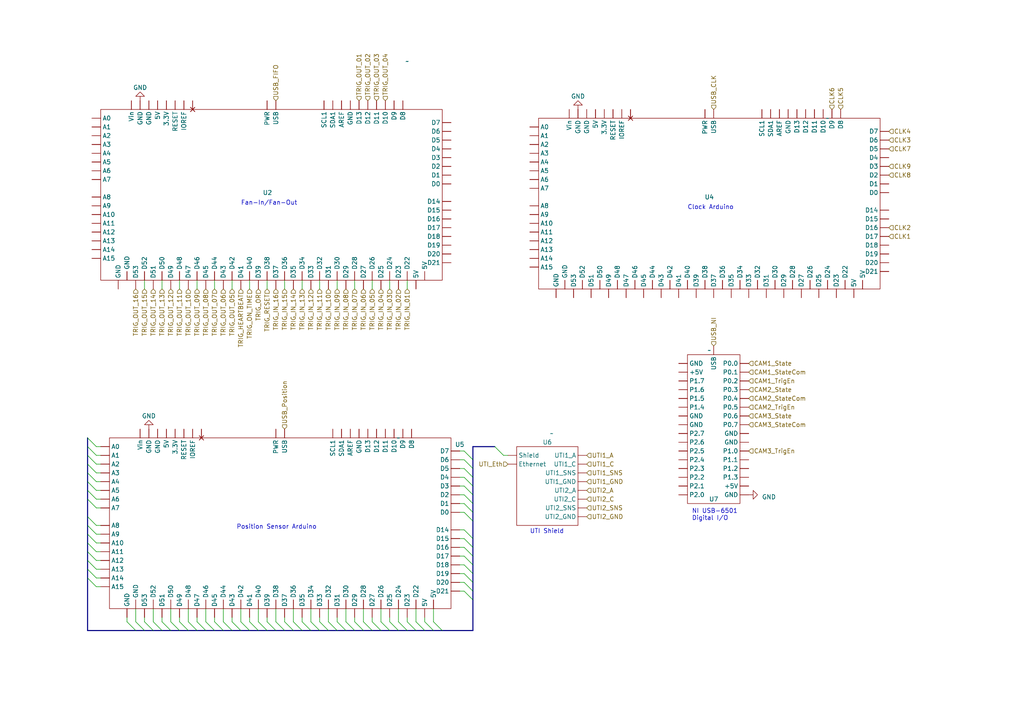
<source format=kicad_sch>
(kicad_sch (version 20230121) (generator eeschema)

  (uuid 3e514ad8-876e-4227-b03e-84f26ddede83)

  (paper "A4")

  (lib_symbols
    (symbol "Arduino_Mega_1" (in_bom yes) (on_board yes)
      (property "Reference" "U" (at 0 0 0)
        (effects (font (size 1.27 1.27)))
      )
      (property "Value" "" (at 34.29 24.13 0)
        (effects (font (size 1.27 1.27)))
      )
      (property "Footprint" "" (at 34.29 24.13 0)
        (effects (font (size 1.27 1.27)) hide)
      )
      (property "Datasheet" "" (at 34.29 24.13 0)
        (effects (font (size 1.27 1.27)) hide)
      )
      (symbol "Arduino_Mega_1_0_1"
        (rectangle (start -49.53 24.13) (end 49.53 -25.4)
          (stroke (width 0) (type default))
          (fill (type none))
        )
      )
      (symbol "Arduino_Mega_1_1_1"
        (pin passive non_logic (at -22.86 26.67 270) (length 2.54)
          (name "" (effects (font (size 1.27 1.27))))
          (number "" (effects (font (size 1.27 1.27))))
        )
        (pin passive line (at -30.48 26.67 270) (length 2.54)
          (name "3.3V" (effects (font (size 1.27 1.27))))
          (number "" (effects (font (size 1.27 1.27))))
        )
        (pin passive line (at -33.02 26.67 270) (length 2.54)
          (name "5V" (effects (font (size 1.27 1.27))))
          (number "" (effects (font (size 1.27 1.27))))
        )
        (pin passive line (at 41.91 -27.94 90) (length 2.54)
          (name "5V" (effects (font (size 1.27 1.27))))
          (number "" (effects (font (size 1.27 1.27))))
        )
        (pin passive line (at 44.45 -25.4 90) (length 2.54)
          (name "5V" (effects (font (size 1.27 1.27))))
          (number "" (effects (font (size 1.27 1.27))))
        )
        (pin passive line (at -52.07 21.59 0) (length 2.54)
          (name "A0" (effects (font (size 1.27 1.27))))
          (number "" (effects (font (size 1.27 1.27))))
        )
        (pin passive line (at -52.07 19.05 0) (length 2.54)
          (name "A1" (effects (font (size 1.27 1.27))))
          (number "" (effects (font (size 1.27 1.27))))
        )
        (pin passive line (at -52.07 -6.35 0) (length 2.54)
          (name "A10" (effects (font (size 1.27 1.27))))
          (number "" (effects (font (size 1.27 1.27))))
        )
        (pin passive line (at -52.07 -8.89 0) (length 2.54)
          (name "A11" (effects (font (size 1.27 1.27))))
          (number "" (effects (font (size 1.27 1.27))))
        )
        (pin passive line (at -52.07 -11.43 0) (length 2.54)
          (name "A12" (effects (font (size 1.27 1.27))))
          (number "" (effects (font (size 1.27 1.27))))
        )
        (pin passive line (at -52.07 -13.97 0) (length 2.54)
          (name "A13" (effects (font (size 1.27 1.27))))
          (number "" (effects (font (size 1.27 1.27))))
        )
        (pin passive line (at -52.07 -16.51 0) (length 2.54)
          (name "A14" (effects (font (size 1.27 1.27))))
          (number "" (effects (font (size 1.27 1.27))))
        )
        (pin passive line (at -52.07 -19.05 0) (length 2.54)
          (name "A15" (effects (font (size 1.27 1.27))))
          (number "" (effects (font (size 1.27 1.27))))
        )
        (pin passive line (at -52.07 16.51 0) (length 2.54)
          (name "A2" (effects (font (size 1.27 1.27))))
          (number "" (effects (font (size 1.27 1.27))))
        )
        (pin passive line (at -52.07 13.97 0) (length 2.54)
          (name "A3" (effects (font (size 1.27 1.27))))
          (number "" (effects (font (size 1.27 1.27))))
        )
        (pin passive line (at -52.07 11.43 0) (length 2.54)
          (name "A4" (effects (font (size 1.27 1.27))))
          (number "" (effects (font (size 1.27 1.27))))
        )
        (pin passive line (at -52.07 8.89 0) (length 2.54)
          (name "A5" (effects (font (size 1.27 1.27))))
          (number "" (effects (font (size 1.27 1.27))))
        )
        (pin passive line (at -52.07 6.35 0) (length 2.54)
          (name "A6" (effects (font (size 1.27 1.27))))
          (number "" (effects (font (size 1.27 1.27))))
        )
        (pin passive line (at -52.07 3.81 0) (length 2.54)
          (name "A7" (effects (font (size 1.27 1.27))))
          (number "" (effects (font (size 1.27 1.27))))
        )
        (pin passive line (at -52.07 -1.27 0) (length 2.54)
          (name "A8" (effects (font (size 1.27 1.27))))
          (number "" (effects (font (size 1.27 1.27))))
        )
        (pin passive line (at -52.07 -3.81 0) (length 2.54)
          (name "A9" (effects (font (size 1.27 1.27))))
          (number "" (effects (font (size 1.27 1.27))))
        )
        (pin passive line (at 20.32 26.67 270) (length 2.54)
          (name "AREF" (effects (font (size 1.27 1.27))))
          (number "" (effects (font (size 1.27 1.27))))
        )
        (pin passive line (at 52.07 2.54 180) (length 2.54)
          (name "D0" (effects (font (size 1.27 1.27))))
          (number "" (effects (font (size 1.27 1.27))))
        )
        (pin passive line (at 52.07 5.08 180) (length 2.54)
          (name "D1" (effects (font (size 1.27 1.27))))
          (number "" (effects (font (size 1.27 1.27))))
        )
        (pin passive line (at 33.02 26.67 270) (length 2.54)
          (name "D10" (effects (font (size 1.27 1.27))))
          (number "" (effects (font (size 1.27 1.27))))
        )
        (pin passive line (at 30.48 26.67 270) (length 2.54)
          (name "D11" (effects (font (size 1.27 1.27))))
          (number "" (effects (font (size 1.27 1.27))))
        )
        (pin passive line (at 27.94 26.67 270) (length 2.54)
          (name "D12" (effects (font (size 1.27 1.27))))
          (number "" (effects (font (size 1.27 1.27))))
        )
        (pin passive line (at 25.4 26.67 270) (length 2.54)
          (name "D13" (effects (font (size 1.27 1.27))))
          (number "" (effects (font (size 1.27 1.27))))
        )
        (pin passive line (at 52.07 -2.54 180) (length 2.54)
          (name "D14" (effects (font (size 1.27 1.27))))
          (number "" (effects (font (size 1.27 1.27))))
        )
        (pin passive line (at 52.07 -5.08 180) (length 2.54)
          (name "D15" (effects (font (size 1.27 1.27))))
          (number "" (effects (font (size 1.27 1.27))))
        )
        (pin passive line (at 52.07 -7.62 180) (length 2.54)
          (name "D16" (effects (font (size 1.27 1.27))))
          (number "" (effects (font (size 1.27 1.27))))
        )
        (pin passive line (at 52.07 -10.16 180) (length 2.54)
          (name "D17" (effects (font (size 1.27 1.27))))
          (number "" (effects (font (size 1.27 1.27))))
        )
        (pin passive line (at 52.07 -12.7 180) (length 2.54)
          (name "D18" (effects (font (size 1.27 1.27))))
          (number "" (effects (font (size 1.27 1.27))))
        )
        (pin passive line (at 52.07 -15.24 180) (length 2.54)
          (name "D19" (effects (font (size 1.27 1.27))))
          (number "" (effects (font (size 1.27 1.27))))
        )
        (pin passive line (at 52.07 7.62 180) (length 2.54)
          (name "D2" (effects (font (size 1.27 1.27))))
          (number "" (effects (font (size 1.27 1.27))))
        )
        (pin passive line (at 52.07 -17.78 180) (length 2.54)
          (name "D20" (effects (font (size 1.27 1.27))))
          (number "" (effects (font (size 1.27 1.27))))
        )
        (pin passive line (at 52.07 -20.32 180) (length 2.54)
          (name "D21" (effects (font (size 1.27 1.27))))
          (number "" (effects (font (size 1.27 1.27))))
        )
        (pin passive line (at 39.37 -25.4 90) (length 2.54)
          (name "D22" (effects (font (size 1.27 1.27))))
          (number "" (effects (font (size 1.27 1.27))))
        )
        (pin passive line (at 36.83 -27.94 90) (length 2.54)
          (name "D23" (effects (font (size 1.27 1.27))))
          (number "" (effects (font (size 1.27 1.27))))
        )
        (pin passive line (at 34.29 -25.4 90) (length 2.54)
          (name "D24" (effects (font (size 1.27 1.27))))
          (number "" (effects (font (size 1.27 1.27))))
        )
        (pin passive line (at 31.75 -27.94 90) (length 2.54)
          (name "D25" (effects (font (size 1.27 1.27))))
          (number "" (effects (font (size 1.27 1.27))))
        )
        (pin passive line (at 29.21 -25.4 90) (length 2.54)
          (name "D26" (effects (font (size 1.27 1.27))))
          (number "" (effects (font (size 1.27 1.27))))
        )
        (pin passive line (at 26.67 -27.94 90) (length 2.54)
          (name "D27" (effects (font (size 1.27 1.27))))
          (number "" (effects (font (size 1.27 1.27))))
        )
        (pin passive line (at 24.13 -25.4 90) (length 2.54)
          (name "D28" (effects (font (size 1.27 1.27))))
          (number "" (effects (font (size 1.27 1.27))))
        )
        (pin passive line (at 21.59 -27.94 90) (length 2.54)
          (name "D29" (effects (font (size 1.27 1.27))))
          (number "" (effects (font (size 1.27 1.27))))
        )
        (pin passive line (at 52.07 10.16 180) (length 2.54)
          (name "D3" (effects (font (size 1.27 1.27))))
          (number "" (effects (font (size 1.27 1.27))))
        )
        (pin passive line (at 19.05 -25.4 90) (length 2.54)
          (name "D30" (effects (font (size 1.27 1.27))))
          (number "" (effects (font (size 1.27 1.27))))
        )
        (pin passive line (at 16.51 -27.94 90) (length 2.54)
          (name "D31" (effects (font (size 1.27 1.27))))
          (number "" (effects (font (size 1.27 1.27))))
        )
        (pin passive line (at 13.97 -25.4 90) (length 2.54)
          (name "D32" (effects (font (size 1.27 1.27))))
          (number "" (effects (font (size 1.27 1.27))))
        )
        (pin passive line (at 11.43 -27.94 90) (length 2.54)
          (name "D33" (effects (font (size 1.27 1.27))))
          (number "" (effects (font (size 1.27 1.27))))
        )
        (pin passive line (at 8.89 -25.4 90) (length 2.54)
          (name "D34" (effects (font (size 1.27 1.27))))
          (number "" (effects (font (size 1.27 1.27))))
        )
        (pin passive line (at 6.35 -27.94 90) (length 2.54)
          (name "D35" (effects (font (size 1.27 1.27))))
          (number "" (effects (font (size 1.27 1.27))))
        )
        (pin passive line (at 3.81 -25.4 90) (length 2.54)
          (name "D36" (effects (font (size 1.27 1.27))))
          (number "" (effects (font (size 1.27 1.27))))
        )
        (pin passive line (at 1.27 -27.94 90) (length 2.54)
          (name "D37" (effects (font (size 1.27 1.27))))
          (number "" (effects (font (size 1.27 1.27))))
        )
        (pin passive line (at -1.27 -25.4 90) (length 2.54)
          (name "D38" (effects (font (size 1.27 1.27))))
          (number "" (effects (font (size 1.27 1.27))))
        )
        (pin passive line (at -3.81 -27.94 90) (length 2.54)
          (name "D39" (effects (font (size 1.27 1.27))))
          (number "" (effects (font (size 1.27 1.27))))
        )
        (pin passive line (at 52.07 12.7 180) (length 2.54)
          (name "D4" (effects (font (size 1.27 1.27))))
          (number "" (effects (font (size 1.27 1.27))))
        )
        (pin passive line (at -6.35 -25.4 90) (length 2.54)
          (name "D40" (effects (font (size 1.27 1.27))))
          (number "" (effects (font (size 1.27 1.27))))
        )
        (pin passive line (at -8.89 -27.94 90) (length 2.54)
          (name "D41" (effects (font (size 1.27 1.27))))
          (number "" (effects (font (size 1.27 1.27))))
        )
        (pin passive line (at -11.43 -25.4 90) (length 2.54)
          (name "D42" (effects (font (size 1.27 1.27))))
          (number "" (effects (font (size 1.27 1.27))))
        )
        (pin passive line (at -13.97 -27.94 90) (length 2.54)
          (name "D43" (effects (font (size 1.27 1.27))))
          (number "" (effects (font (size 1.27 1.27))))
        )
        (pin passive line (at -16.51 -25.4 90) (length 2.54)
          (name "D44" (effects (font (size 1.27 1.27))))
          (number "" (effects (font (size 1.27 1.27))))
        )
        (pin passive line (at -19.05 -27.94 90) (length 2.54)
          (name "D45" (effects (font (size 1.27 1.27))))
          (number "" (effects (font (size 1.27 1.27))))
        )
        (pin passive line (at -21.59 -25.4 90) (length 2.54)
          (name "D46" (effects (font (size 1.27 1.27))))
          (number "" (effects (font (size 1.27 1.27))))
        )
        (pin passive line (at -24.13 -27.94 90) (length 2.54)
          (name "D47" (effects (font (size 1.27 1.27))))
          (number "" (effects (font (size 1.27 1.27))))
        )
        (pin passive line (at -26.67 -25.4 90) (length 2.54)
          (name "D48" (effects (font (size 1.27 1.27))))
          (number "" (effects (font (size 1.27 1.27))))
        )
        (pin passive line (at -29.21 -27.94 90) (length 2.54)
          (name "D49" (effects (font (size 1.27 1.27))))
          (number "" (effects (font (size 1.27 1.27))))
        )
        (pin passive line (at 52.07 15.24 180) (length 2.54)
          (name "D5" (effects (font (size 1.27 1.27))))
          (number "" (effects (font (size 1.27 1.27))))
        )
        (pin passive line (at -31.75 -25.4 90) (length 2.54)
          (name "D50" (effects (font (size 1.27 1.27))))
          (number "" (effects (font (size 1.27 1.27))))
        )
        (pin passive line (at -34.29 -27.94 90) (length 2.54)
          (name "D51" (effects (font (size 1.27 1.27))))
          (number "" (effects (font (size 1.27 1.27))))
        )
        (pin passive line (at -36.83 -25.4 90) (length 2.54)
          (name "D52" (effects (font (size 1.27 1.27))))
          (number "" (effects (font (size 1.27 1.27))))
        )
        (pin passive line (at -39.37 -27.94 90) (length 2.54)
          (name "D53" (effects (font (size 1.27 1.27))))
          (number "" (effects (font (size 1.27 1.27))))
        )
        (pin passive line (at 52.07 17.78 180) (length 2.54)
          (name "D6" (effects (font (size 1.27 1.27))))
          (number "" (effects (font (size 1.27 1.27))))
        )
        (pin passive line (at 52.07 20.32 180) (length 2.54)
          (name "D7" (effects (font (size 1.27 1.27))))
          (number "" (effects (font (size 1.27 1.27))))
        )
        (pin passive line (at 38.1 26.67 270) (length 2.54)
          (name "D8" (effects (font (size 1.27 1.27))))
          (number "" (effects (font (size 1.27 1.27))))
        )
        (pin passive line (at 35.56 26.67 270) (length 2.54)
          (name "D9" (effects (font (size 1.27 1.27))))
          (number "" (effects (font (size 1.27 1.27))))
        )
        (pin passive line (at -44.45 -27.94 90) (length 2.54)
          (name "GND" (effects (font (size 1.27 1.27))))
          (number "" (effects (font (size 1.27 1.27))))
        )
        (pin passive line (at -41.91 -25.4 90) (length 2.54)
          (name "GND" (effects (font (size 1.27 1.27))))
          (number "" (effects (font (size 1.27 1.27))))
        )
        (pin passive line (at -38.1 26.67 270) (length 2.54)
          (name "GND" (effects (font (size 1.27 1.27))))
          (number "" (effects (font (size 1.27 1.27))))
        )
        (pin passive line (at -35.56 26.67 270) (length 2.54)
          (name "GND" (effects (font (size 1.27 1.27))))
          (number "" (effects (font (size 1.27 1.27))))
        )
        (pin passive line (at 22.86 26.67 270) (length 2.54)
          (name "GND" (effects (font (size 1.27 1.27))))
          (number "" (effects (font (size 1.27 1.27))))
        )
        (pin passive line (at -25.4 26.67 270) (length 2.54)
          (name "IOREF" (effects (font (size 1.27 1.27))))
          (number "" (effects (font (size 1.27 1.27))))
        )
        (pin power_in line (at -1.27 26.67 270) (length 2.54)
          (name "PWR" (effects (font (size 1.27 1.27))))
          (number "" (effects (font (size 1.27 1.27))))
        )
        (pin passive line (at -27.94 26.67 270) (length 2.54)
          (name "RESET" (effects (font (size 1.27 1.27))))
          (number "" (effects (font (size 1.27 1.27))))
        )
        (pin passive line (at 15.24 26.67 270) (length 2.54)
          (name "SCL1" (effects (font (size 1.27 1.27))))
          (number "" (effects (font (size 1.27 1.27))))
        )
        (pin passive line (at 17.78 26.67 270) (length 2.54)
          (name "SDA1" (effects (font (size 1.27 1.27))))
          (number "" (effects (font (size 1.27 1.27))))
        )
        (pin bidirectional line (at 1.27 26.67 270) (length 2.54)
          (name "USB" (effects (font (size 1.27 1.27))))
          (number "" (effects (font (size 1.27 1.27))))
        )
        (pin passive line (at -40.64 26.67 270) (length 2.54)
          (name "Vin" (effects (font (size 1.27 1.27))))
          (number "" (effects (font (size 1.27 1.27))))
        )
      )
    )
    (symbol "Arduino_Mega_2" (in_bom yes) (on_board yes)
      (property "Reference" "U" (at 0 0 0)
        (effects (font (size 1.27 1.27)))
      )
      (property "Value" "" (at 34.29 24.13 0)
        (effects (font (size 1.27 1.27)))
      )
      (property "Footprint" "" (at 34.29 24.13 0)
        (effects (font (size 1.27 1.27)) hide)
      )
      (property "Datasheet" "" (at 34.29 24.13 0)
        (effects (font (size 1.27 1.27)) hide)
      )
      (symbol "Arduino_Mega_2_0_1"
        (rectangle (start -49.53 24.13) (end 49.53 -25.4)
          (stroke (width 0) (type default))
          (fill (type none))
        )
      )
      (symbol "Arduino_Mega_2_1_1"
        (pin passive non_logic (at -22.86 26.67 270) (length 2.54)
          (name "" (effects (font (size 1.27 1.27))))
          (number "" (effects (font (size 1.27 1.27))))
        )
        (pin passive line (at -30.48 26.67 270) (length 2.54)
          (name "3.3V" (effects (font (size 1.27 1.27))))
          (number "" (effects (font (size 1.27 1.27))))
        )
        (pin passive line (at -33.02 26.67 270) (length 2.54)
          (name "5V" (effects (font (size 1.27 1.27))))
          (number "" (effects (font (size 1.27 1.27))))
        )
        (pin passive line (at 41.91 -27.94 90) (length 2.54)
          (name "5V" (effects (font (size 1.27 1.27))))
          (number "" (effects (font (size 1.27 1.27))))
        )
        (pin passive line (at 44.45 -25.4 90) (length 2.54)
          (name "5V" (effects (font (size 1.27 1.27))))
          (number "" (effects (font (size 1.27 1.27))))
        )
        (pin passive line (at -52.07 21.59 0) (length 2.54)
          (name "A0" (effects (font (size 1.27 1.27))))
          (number "" (effects (font (size 1.27 1.27))))
        )
        (pin passive line (at -52.07 19.05 0) (length 2.54)
          (name "A1" (effects (font (size 1.27 1.27))))
          (number "" (effects (font (size 1.27 1.27))))
        )
        (pin passive line (at -52.07 -6.35 0) (length 2.54)
          (name "A10" (effects (font (size 1.27 1.27))))
          (number "" (effects (font (size 1.27 1.27))))
        )
        (pin passive line (at -52.07 -8.89 0) (length 2.54)
          (name "A11" (effects (font (size 1.27 1.27))))
          (number "" (effects (font (size 1.27 1.27))))
        )
        (pin passive line (at -52.07 -11.43 0) (length 2.54)
          (name "A12" (effects (font (size 1.27 1.27))))
          (number "" (effects (font (size 1.27 1.27))))
        )
        (pin passive line (at -52.07 -13.97 0) (length 2.54)
          (name "A13" (effects (font (size 1.27 1.27))))
          (number "" (effects (font (size 1.27 1.27))))
        )
        (pin passive line (at -52.07 -16.51 0) (length 2.54)
          (name "A14" (effects (font (size 1.27 1.27))))
          (number "" (effects (font (size 1.27 1.27))))
        )
        (pin passive line (at -52.07 -19.05 0) (length 2.54)
          (name "A15" (effects (font (size 1.27 1.27))))
          (number "" (effects (font (size 1.27 1.27))))
        )
        (pin passive line (at -52.07 16.51 0) (length 2.54)
          (name "A2" (effects (font (size 1.27 1.27))))
          (number "" (effects (font (size 1.27 1.27))))
        )
        (pin passive line (at -52.07 13.97 0) (length 2.54)
          (name "A3" (effects (font (size 1.27 1.27))))
          (number "" (effects (font (size 1.27 1.27))))
        )
        (pin passive line (at -52.07 11.43 0) (length 2.54)
          (name "A4" (effects (font (size 1.27 1.27))))
          (number "" (effects (font (size 1.27 1.27))))
        )
        (pin passive line (at -52.07 8.89 0) (length 2.54)
          (name "A5" (effects (font (size 1.27 1.27))))
          (number "" (effects (font (size 1.27 1.27))))
        )
        (pin passive line (at -52.07 6.35 0) (length 2.54)
          (name "A6" (effects (font (size 1.27 1.27))))
          (number "" (effects (font (size 1.27 1.27))))
        )
        (pin passive line (at -52.07 3.81 0) (length 2.54)
          (name "A7" (effects (font (size 1.27 1.27))))
          (number "" (effects (font (size 1.27 1.27))))
        )
        (pin passive line (at -52.07 -1.27 0) (length 2.54)
          (name "A8" (effects (font (size 1.27 1.27))))
          (number "" (effects (font (size 1.27 1.27))))
        )
        (pin passive line (at -52.07 -3.81 0) (length 2.54)
          (name "A9" (effects (font (size 1.27 1.27))))
          (number "" (effects (font (size 1.27 1.27))))
        )
        (pin passive line (at 20.32 26.67 270) (length 2.54)
          (name "AREF" (effects (font (size 1.27 1.27))))
          (number "" (effects (font (size 1.27 1.27))))
        )
        (pin passive line (at 52.07 2.54 180) (length 2.54)
          (name "D0" (effects (font (size 1.27 1.27))))
          (number "" (effects (font (size 1.27 1.27))))
        )
        (pin passive line (at 52.07 5.08 180) (length 2.54)
          (name "D1" (effects (font (size 1.27 1.27))))
          (number "" (effects (font (size 1.27 1.27))))
        )
        (pin passive line (at 33.02 26.67 270) (length 2.54)
          (name "D10" (effects (font (size 1.27 1.27))))
          (number "" (effects (font (size 1.27 1.27))))
        )
        (pin passive line (at 30.48 26.67 270) (length 2.54)
          (name "D11" (effects (font (size 1.27 1.27))))
          (number "" (effects (font (size 1.27 1.27))))
        )
        (pin passive line (at 27.94 26.67 270) (length 2.54)
          (name "D12" (effects (font (size 1.27 1.27))))
          (number "" (effects (font (size 1.27 1.27))))
        )
        (pin passive line (at 25.4 26.67 270) (length 2.54)
          (name "D13" (effects (font (size 1.27 1.27))))
          (number "" (effects (font (size 1.27 1.27))))
        )
        (pin passive line (at 52.07 -2.54 180) (length 2.54)
          (name "D14" (effects (font (size 1.27 1.27))))
          (number "" (effects (font (size 1.27 1.27))))
        )
        (pin passive line (at 52.07 -5.08 180) (length 2.54)
          (name "D15" (effects (font (size 1.27 1.27))))
          (number "" (effects (font (size 1.27 1.27))))
        )
        (pin passive line (at 52.07 -7.62 180) (length 2.54)
          (name "D16" (effects (font (size 1.27 1.27))))
          (number "" (effects (font (size 1.27 1.27))))
        )
        (pin passive line (at 52.07 -10.16 180) (length 2.54)
          (name "D17" (effects (font (size 1.27 1.27))))
          (number "" (effects (font (size 1.27 1.27))))
        )
        (pin passive line (at 52.07 -12.7 180) (length 2.54)
          (name "D18" (effects (font (size 1.27 1.27))))
          (number "" (effects (font (size 1.27 1.27))))
        )
        (pin passive line (at 52.07 -15.24 180) (length 2.54)
          (name "D19" (effects (font (size 1.27 1.27))))
          (number "" (effects (font (size 1.27 1.27))))
        )
        (pin passive line (at 52.07 7.62 180) (length 2.54)
          (name "D2" (effects (font (size 1.27 1.27))))
          (number "" (effects (font (size 1.27 1.27))))
        )
        (pin passive line (at 52.07 -17.78 180) (length 2.54)
          (name "D20" (effects (font (size 1.27 1.27))))
          (number "" (effects (font (size 1.27 1.27))))
        )
        (pin passive line (at 52.07 -20.32 180) (length 2.54)
          (name "D21" (effects (font (size 1.27 1.27))))
          (number "" (effects (font (size 1.27 1.27))))
        )
        (pin passive line (at 39.37 -25.4 90) (length 2.54)
          (name "D22" (effects (font (size 1.27 1.27))))
          (number "" (effects (font (size 1.27 1.27))))
        )
        (pin passive line (at 36.83 -27.94 90) (length 2.54)
          (name "D23" (effects (font (size 1.27 1.27))))
          (number "" (effects (font (size 1.27 1.27))))
        )
        (pin passive line (at 34.29 -25.4 90) (length 2.54)
          (name "D24" (effects (font (size 1.27 1.27))))
          (number "" (effects (font (size 1.27 1.27))))
        )
        (pin passive line (at 31.75 -27.94 90) (length 2.54)
          (name "D25" (effects (font (size 1.27 1.27))))
          (number "" (effects (font (size 1.27 1.27))))
        )
        (pin passive line (at 29.21 -25.4 90) (length 2.54)
          (name "D26" (effects (font (size 1.27 1.27))))
          (number "" (effects (font (size 1.27 1.27))))
        )
        (pin passive line (at 26.67 -27.94 90) (length 2.54)
          (name "D27" (effects (font (size 1.27 1.27))))
          (number "" (effects (font (size 1.27 1.27))))
        )
        (pin passive line (at 24.13 -25.4 90) (length 2.54)
          (name "D28" (effects (font (size 1.27 1.27))))
          (number "" (effects (font (size 1.27 1.27))))
        )
        (pin passive line (at 21.59 -27.94 90) (length 2.54)
          (name "D29" (effects (font (size 1.27 1.27))))
          (number "" (effects (font (size 1.27 1.27))))
        )
        (pin passive line (at 52.07 10.16 180) (length 2.54)
          (name "D3" (effects (font (size 1.27 1.27))))
          (number "" (effects (font (size 1.27 1.27))))
        )
        (pin passive line (at 19.05 -25.4 90) (length 2.54)
          (name "D30" (effects (font (size 1.27 1.27))))
          (number "" (effects (font (size 1.27 1.27))))
        )
        (pin passive line (at 16.51 -27.94 90) (length 2.54)
          (name "D31" (effects (font (size 1.27 1.27))))
          (number "" (effects (font (size 1.27 1.27))))
        )
        (pin passive line (at 13.97 -25.4 90) (length 2.54)
          (name "D32" (effects (font (size 1.27 1.27))))
          (number "" (effects (font (size 1.27 1.27))))
        )
        (pin passive line (at 11.43 -27.94 90) (length 2.54)
          (name "D33" (effects (font (size 1.27 1.27))))
          (number "" (effects (font (size 1.27 1.27))))
        )
        (pin passive line (at 8.89 -25.4 90) (length 2.54)
          (name "D34" (effects (font (size 1.27 1.27))))
          (number "" (effects (font (size 1.27 1.27))))
        )
        (pin passive line (at 6.35 -27.94 90) (length 2.54)
          (name "D35" (effects (font (size 1.27 1.27))))
          (number "" (effects (font (size 1.27 1.27))))
        )
        (pin passive line (at 3.81 -25.4 90) (length 2.54)
          (name "D36" (effects (font (size 1.27 1.27))))
          (number "" (effects (font (size 1.27 1.27))))
        )
        (pin passive line (at 1.27 -27.94 90) (length 2.54)
          (name "D37" (effects (font (size 1.27 1.27))))
          (number "" (effects (font (size 1.27 1.27))))
        )
        (pin passive line (at -1.27 -25.4 90) (length 2.54)
          (name "D38" (effects (font (size 1.27 1.27))))
          (number "" (effects (font (size 1.27 1.27))))
        )
        (pin passive line (at -3.81 -27.94 90) (length 2.54)
          (name "D39" (effects (font (size 1.27 1.27))))
          (number "" (effects (font (size 1.27 1.27))))
        )
        (pin passive line (at 52.07 12.7 180) (length 2.54)
          (name "D4" (effects (font (size 1.27 1.27))))
          (number "" (effects (font (size 1.27 1.27))))
        )
        (pin passive line (at -6.35 -25.4 90) (length 2.54)
          (name "D40" (effects (font (size 1.27 1.27))))
          (number "" (effects (font (size 1.27 1.27))))
        )
        (pin passive line (at -8.89 -27.94 90) (length 2.54)
          (name "D41" (effects (font (size 1.27 1.27))))
          (number "" (effects (font (size 1.27 1.27))))
        )
        (pin passive line (at -11.43 -25.4 90) (length 2.54)
          (name "D42" (effects (font (size 1.27 1.27))))
          (number "" (effects (font (size 1.27 1.27))))
        )
        (pin passive line (at -13.97 -27.94 90) (length 2.54)
          (name "D43" (effects (font (size 1.27 1.27))))
          (number "" (effects (font (size 1.27 1.27))))
        )
        (pin passive line (at -16.51 -25.4 90) (length 2.54)
          (name "D44" (effects (font (size 1.27 1.27))))
          (number "" (effects (font (size 1.27 1.27))))
        )
        (pin passive line (at -19.05 -27.94 90) (length 2.54)
          (name "D45" (effects (font (size 1.27 1.27))))
          (number "" (effects (font (size 1.27 1.27))))
        )
        (pin passive line (at -21.59 -25.4 90) (length 2.54)
          (name "D46" (effects (font (size 1.27 1.27))))
          (number "" (effects (font (size 1.27 1.27))))
        )
        (pin passive line (at -24.13 -27.94 90) (length 2.54)
          (name "D47" (effects (font (size 1.27 1.27))))
          (number "" (effects (font (size 1.27 1.27))))
        )
        (pin passive line (at -26.67 -25.4 90) (length 2.54)
          (name "D48" (effects (font (size 1.27 1.27))))
          (number "" (effects (font (size 1.27 1.27))))
        )
        (pin passive line (at -29.21 -27.94 90) (length 2.54)
          (name "D49" (effects (font (size 1.27 1.27))))
          (number "" (effects (font (size 1.27 1.27))))
        )
        (pin passive line (at 52.07 15.24 180) (length 2.54)
          (name "D5" (effects (font (size 1.27 1.27))))
          (number "" (effects (font (size 1.27 1.27))))
        )
        (pin passive line (at -31.75 -25.4 90) (length 2.54)
          (name "D50" (effects (font (size 1.27 1.27))))
          (number "" (effects (font (size 1.27 1.27))))
        )
        (pin passive line (at -34.29 -27.94 90) (length 2.54)
          (name "D51" (effects (font (size 1.27 1.27))))
          (number "" (effects (font (size 1.27 1.27))))
        )
        (pin passive line (at -36.83 -25.4 90) (length 2.54)
          (name "D52" (effects (font (size 1.27 1.27))))
          (number "" (effects (font (size 1.27 1.27))))
        )
        (pin passive line (at -39.37 -27.94 90) (length 2.54)
          (name "D53" (effects (font (size 1.27 1.27))))
          (number "" (effects (font (size 1.27 1.27))))
        )
        (pin passive line (at 52.07 17.78 180) (length 2.54)
          (name "D6" (effects (font (size 1.27 1.27))))
          (number "" (effects (font (size 1.27 1.27))))
        )
        (pin passive line (at 52.07 20.32 180) (length 2.54)
          (name "D7" (effects (font (size 1.27 1.27))))
          (number "" (effects (font (size 1.27 1.27))))
        )
        (pin passive line (at 38.1 26.67 270) (length 2.54)
          (name "D8" (effects (font (size 1.27 1.27))))
          (number "" (effects (font (size 1.27 1.27))))
        )
        (pin passive line (at 35.56 26.67 270) (length 2.54)
          (name "D9" (effects (font (size 1.27 1.27))))
          (number "" (effects (font (size 1.27 1.27))))
        )
        (pin passive line (at -44.45 -27.94 90) (length 2.54)
          (name "GND" (effects (font (size 1.27 1.27))))
          (number "" (effects (font (size 1.27 1.27))))
        )
        (pin passive line (at -41.91 -25.4 90) (length 2.54)
          (name "GND" (effects (font (size 1.27 1.27))))
          (number "" (effects (font (size 1.27 1.27))))
        )
        (pin passive line (at -38.1 26.67 270) (length 2.54)
          (name "GND" (effects (font (size 1.27 1.27))))
          (number "" (effects (font (size 1.27 1.27))))
        )
        (pin passive line (at -35.56 26.67 270) (length 2.54)
          (name "GND" (effects (font (size 1.27 1.27))))
          (number "" (effects (font (size 1.27 1.27))))
        )
        (pin passive line (at 22.86 26.67 270) (length 2.54)
          (name "GND" (effects (font (size 1.27 1.27))))
          (number "" (effects (font (size 1.27 1.27))))
        )
        (pin passive line (at -25.4 26.67 270) (length 2.54)
          (name "IOREF" (effects (font (size 1.27 1.27))))
          (number "" (effects (font (size 1.27 1.27))))
        )
        (pin power_in line (at -1.27 26.67 270) (length 2.54)
          (name "PWR" (effects (font (size 1.27 1.27))))
          (number "" (effects (font (size 1.27 1.27))))
        )
        (pin passive line (at -27.94 26.67 270) (length 2.54)
          (name "RESET" (effects (font (size 1.27 1.27))))
          (number "" (effects (font (size 1.27 1.27))))
        )
        (pin passive line (at 15.24 26.67 270) (length 2.54)
          (name "SCL1" (effects (font (size 1.27 1.27))))
          (number "" (effects (font (size 1.27 1.27))))
        )
        (pin passive line (at 17.78 26.67 270) (length 2.54)
          (name "SDA1" (effects (font (size 1.27 1.27))))
          (number "" (effects (font (size 1.27 1.27))))
        )
        (pin bidirectional line (at 1.27 26.67 270) (length 2.54)
          (name "USB" (effects (font (size 1.27 1.27))))
          (number "" (effects (font (size 1.27 1.27))))
        )
        (pin passive line (at -40.64 26.67 270) (length 2.54)
          (name "Vin" (effects (font (size 1.27 1.27))))
          (number "" (effects (font (size 1.27 1.27))))
        )
      )
    )
    (symbol "led_driver:Arduino_Mega" (in_bom yes) (on_board yes)
      (property "Reference" "U" (at 0 0 0)
        (effects (font (size 1.27 1.27)))
      )
      (property "Value" "" (at 34.29 24.13 0)
        (effects (font (size 1.27 1.27)))
      )
      (property "Footprint" "" (at 34.29 24.13 0)
        (effects (font (size 1.27 1.27)) hide)
      )
      (property "Datasheet" "" (at 34.29 24.13 0)
        (effects (font (size 1.27 1.27)) hide)
      )
      (symbol "Arduino_Mega_0_1"
        (rectangle (start -49.53 24.13) (end 49.53 -25.4)
          (stroke (width 0) (type default))
          (fill (type none))
        )
      )
      (symbol "Arduino_Mega_1_1"
        (pin passive non_logic (at -22.86 26.67 270) (length 2.54)
          (name "" (effects (font (size 1.27 1.27))))
          (number "" (effects (font (size 1.27 1.27))))
        )
        (pin passive line (at -30.48 26.67 270) (length 2.54)
          (name "3.3V" (effects (font (size 1.27 1.27))))
          (number "" (effects (font (size 1.27 1.27))))
        )
        (pin passive line (at -33.02 26.67 270) (length 2.54)
          (name "5V" (effects (font (size 1.27 1.27))))
          (number "" (effects (font (size 1.27 1.27))))
        )
        (pin passive line (at 41.91 -27.94 90) (length 2.54)
          (name "5V" (effects (font (size 1.27 1.27))))
          (number "" (effects (font (size 1.27 1.27))))
        )
        (pin passive line (at 44.45 -25.4 90) (length 2.54)
          (name "5V" (effects (font (size 1.27 1.27))))
          (number "" (effects (font (size 1.27 1.27))))
        )
        (pin passive line (at -52.07 21.59 0) (length 2.54)
          (name "A0" (effects (font (size 1.27 1.27))))
          (number "" (effects (font (size 1.27 1.27))))
        )
        (pin passive line (at -52.07 19.05 0) (length 2.54)
          (name "A1" (effects (font (size 1.27 1.27))))
          (number "" (effects (font (size 1.27 1.27))))
        )
        (pin passive line (at -52.07 -6.35 0) (length 2.54)
          (name "A10" (effects (font (size 1.27 1.27))))
          (number "" (effects (font (size 1.27 1.27))))
        )
        (pin passive line (at -52.07 -8.89 0) (length 2.54)
          (name "A11" (effects (font (size 1.27 1.27))))
          (number "" (effects (font (size 1.27 1.27))))
        )
        (pin passive line (at -52.07 -11.43 0) (length 2.54)
          (name "A12" (effects (font (size 1.27 1.27))))
          (number "" (effects (font (size 1.27 1.27))))
        )
        (pin passive line (at -52.07 -13.97 0) (length 2.54)
          (name "A13" (effects (font (size 1.27 1.27))))
          (number "" (effects (font (size 1.27 1.27))))
        )
        (pin passive line (at -52.07 -16.51 0) (length 2.54)
          (name "A14" (effects (font (size 1.27 1.27))))
          (number "" (effects (font (size 1.27 1.27))))
        )
        (pin passive line (at -52.07 -19.05 0) (length 2.54)
          (name "A15" (effects (font (size 1.27 1.27))))
          (number "" (effects (font (size 1.27 1.27))))
        )
        (pin passive line (at -52.07 16.51 0) (length 2.54)
          (name "A2" (effects (font (size 1.27 1.27))))
          (number "" (effects (font (size 1.27 1.27))))
        )
        (pin passive line (at -52.07 13.97 0) (length 2.54)
          (name "A3" (effects (font (size 1.27 1.27))))
          (number "" (effects (font (size 1.27 1.27))))
        )
        (pin passive line (at -52.07 11.43 0) (length 2.54)
          (name "A4" (effects (font (size 1.27 1.27))))
          (number "" (effects (font (size 1.27 1.27))))
        )
        (pin passive line (at -52.07 8.89 0) (length 2.54)
          (name "A5" (effects (font (size 1.27 1.27))))
          (number "" (effects (font (size 1.27 1.27))))
        )
        (pin passive line (at -52.07 6.35 0) (length 2.54)
          (name "A6" (effects (font (size 1.27 1.27))))
          (number "" (effects (font (size 1.27 1.27))))
        )
        (pin passive line (at -52.07 3.81 0) (length 2.54)
          (name "A7" (effects (font (size 1.27 1.27))))
          (number "" (effects (font (size 1.27 1.27))))
        )
        (pin passive line (at -52.07 -1.27 0) (length 2.54)
          (name "A8" (effects (font (size 1.27 1.27))))
          (number "" (effects (font (size 1.27 1.27))))
        )
        (pin passive line (at -52.07 -3.81 0) (length 2.54)
          (name "A9" (effects (font (size 1.27 1.27))))
          (number "" (effects (font (size 1.27 1.27))))
        )
        (pin passive line (at 20.32 26.67 270) (length 2.54)
          (name "AREF" (effects (font (size 1.27 1.27))))
          (number "" (effects (font (size 1.27 1.27))))
        )
        (pin passive line (at 52.07 2.54 180) (length 2.54)
          (name "D0" (effects (font (size 1.27 1.27))))
          (number "" (effects (font (size 1.27 1.27))))
        )
        (pin passive line (at 52.07 5.08 180) (length 2.54)
          (name "D1" (effects (font (size 1.27 1.27))))
          (number "" (effects (font (size 1.27 1.27))))
        )
        (pin passive line (at 33.02 26.67 270) (length 2.54)
          (name "D10" (effects (font (size 1.27 1.27))))
          (number "" (effects (font (size 1.27 1.27))))
        )
        (pin passive line (at 30.48 26.67 270) (length 2.54)
          (name "D11" (effects (font (size 1.27 1.27))))
          (number "" (effects (font (size 1.27 1.27))))
        )
        (pin passive line (at 27.94 26.67 270) (length 2.54)
          (name "D12" (effects (font (size 1.27 1.27))))
          (number "" (effects (font (size 1.27 1.27))))
        )
        (pin passive line (at 25.4 26.67 270) (length 2.54)
          (name "D13" (effects (font (size 1.27 1.27))))
          (number "" (effects (font (size 1.27 1.27))))
        )
        (pin passive line (at 52.07 -2.54 180) (length 2.54)
          (name "D14" (effects (font (size 1.27 1.27))))
          (number "" (effects (font (size 1.27 1.27))))
        )
        (pin passive line (at 52.07 -5.08 180) (length 2.54)
          (name "D15" (effects (font (size 1.27 1.27))))
          (number "" (effects (font (size 1.27 1.27))))
        )
        (pin passive line (at 52.07 -7.62 180) (length 2.54)
          (name "D16" (effects (font (size 1.27 1.27))))
          (number "" (effects (font (size 1.27 1.27))))
        )
        (pin passive line (at 52.07 -10.16 180) (length 2.54)
          (name "D17" (effects (font (size 1.27 1.27))))
          (number "" (effects (font (size 1.27 1.27))))
        )
        (pin passive line (at 52.07 -12.7 180) (length 2.54)
          (name "D18" (effects (font (size 1.27 1.27))))
          (number "" (effects (font (size 1.27 1.27))))
        )
        (pin passive line (at 52.07 -15.24 180) (length 2.54)
          (name "D19" (effects (font (size 1.27 1.27))))
          (number "" (effects (font (size 1.27 1.27))))
        )
        (pin passive line (at 52.07 7.62 180) (length 2.54)
          (name "D2" (effects (font (size 1.27 1.27))))
          (number "" (effects (font (size 1.27 1.27))))
        )
        (pin passive line (at 52.07 -17.78 180) (length 2.54)
          (name "D20" (effects (font (size 1.27 1.27))))
          (number "" (effects (font (size 1.27 1.27))))
        )
        (pin passive line (at 52.07 -20.32 180) (length 2.54)
          (name "D21" (effects (font (size 1.27 1.27))))
          (number "" (effects (font (size 1.27 1.27))))
        )
        (pin passive line (at 39.37 -25.4 90) (length 2.54)
          (name "D22" (effects (font (size 1.27 1.27))))
          (number "" (effects (font (size 1.27 1.27))))
        )
        (pin passive line (at 36.83 -27.94 90) (length 2.54)
          (name "D23" (effects (font (size 1.27 1.27))))
          (number "" (effects (font (size 1.27 1.27))))
        )
        (pin passive line (at 34.29 -25.4 90) (length 2.54)
          (name "D24" (effects (font (size 1.27 1.27))))
          (number "" (effects (font (size 1.27 1.27))))
        )
        (pin passive line (at 31.75 -27.94 90) (length 2.54)
          (name "D25" (effects (font (size 1.27 1.27))))
          (number "" (effects (font (size 1.27 1.27))))
        )
        (pin passive line (at 29.21 -25.4 90) (length 2.54)
          (name "D26" (effects (font (size 1.27 1.27))))
          (number "" (effects (font (size 1.27 1.27))))
        )
        (pin passive line (at 26.67 -27.94 90) (length 2.54)
          (name "D27" (effects (font (size 1.27 1.27))))
          (number "" (effects (font (size 1.27 1.27))))
        )
        (pin passive line (at 24.13 -25.4 90) (length 2.54)
          (name "D28" (effects (font (size 1.27 1.27))))
          (number "" (effects (font (size 1.27 1.27))))
        )
        (pin passive line (at 21.59 -27.94 90) (length 2.54)
          (name "D29" (effects (font (size 1.27 1.27))))
          (number "" (effects (font (size 1.27 1.27))))
        )
        (pin passive line (at 52.07 10.16 180) (length 2.54)
          (name "D3" (effects (font (size 1.27 1.27))))
          (number "" (effects (font (size 1.27 1.27))))
        )
        (pin passive line (at 19.05 -25.4 90) (length 2.54)
          (name "D30" (effects (font (size 1.27 1.27))))
          (number "" (effects (font (size 1.27 1.27))))
        )
        (pin passive line (at 16.51 -27.94 90) (length 2.54)
          (name "D31" (effects (font (size 1.27 1.27))))
          (number "" (effects (font (size 1.27 1.27))))
        )
        (pin passive line (at 13.97 -25.4 90) (length 2.54)
          (name "D32" (effects (font (size 1.27 1.27))))
          (number "" (effects (font (size 1.27 1.27))))
        )
        (pin passive line (at 11.43 -27.94 90) (length 2.54)
          (name "D33" (effects (font (size 1.27 1.27))))
          (number "" (effects (font (size 1.27 1.27))))
        )
        (pin passive line (at 8.89 -25.4 90) (length 2.54)
          (name "D34" (effects (font (size 1.27 1.27))))
          (number "" (effects (font (size 1.27 1.27))))
        )
        (pin passive line (at 6.35 -27.94 90) (length 2.54)
          (name "D35" (effects (font (size 1.27 1.27))))
          (number "" (effects (font (size 1.27 1.27))))
        )
        (pin passive line (at 3.81 -25.4 90) (length 2.54)
          (name "D36" (effects (font (size 1.27 1.27))))
          (number "" (effects (font (size 1.27 1.27))))
        )
        (pin passive line (at 1.27 -27.94 90) (length 2.54)
          (name "D37" (effects (font (size 1.27 1.27))))
          (number "" (effects (font (size 1.27 1.27))))
        )
        (pin passive line (at -1.27 -25.4 90) (length 2.54)
          (name "D38" (effects (font (size 1.27 1.27))))
          (number "" (effects (font (size 1.27 1.27))))
        )
        (pin passive line (at -3.81 -27.94 90) (length 2.54)
          (name "D39" (effects (font (size 1.27 1.27))))
          (number "" (effects (font (size 1.27 1.27))))
        )
        (pin passive line (at 52.07 12.7 180) (length 2.54)
          (name "D4" (effects (font (size 1.27 1.27))))
          (number "" (effects (font (size 1.27 1.27))))
        )
        (pin passive line (at -6.35 -25.4 90) (length 2.54)
          (name "D40" (effects (font (size 1.27 1.27))))
          (number "" (effects (font (size 1.27 1.27))))
        )
        (pin passive line (at -8.89 -27.94 90) (length 2.54)
          (name "D41" (effects (font (size 1.27 1.27))))
          (number "" (effects (font (size 1.27 1.27))))
        )
        (pin passive line (at -11.43 -25.4 90) (length 2.54)
          (name "D42" (effects (font (size 1.27 1.27))))
          (number "" (effects (font (size 1.27 1.27))))
        )
        (pin passive line (at -13.97 -27.94 90) (length 2.54)
          (name "D43" (effects (font (size 1.27 1.27))))
          (number "" (effects (font (size 1.27 1.27))))
        )
        (pin passive line (at -16.51 -25.4 90) (length 2.54)
          (name "D44" (effects (font (size 1.27 1.27))))
          (number "" (effects (font (size 1.27 1.27))))
        )
        (pin passive line (at -19.05 -27.94 90) (length 2.54)
          (name "D45" (effects (font (size 1.27 1.27))))
          (number "" (effects (font (size 1.27 1.27))))
        )
        (pin passive line (at -21.59 -25.4 90) (length 2.54)
          (name "D46" (effects (font (size 1.27 1.27))))
          (number "" (effects (font (size 1.27 1.27))))
        )
        (pin passive line (at -24.13 -27.94 90) (length 2.54)
          (name "D47" (effects (font (size 1.27 1.27))))
          (number "" (effects (font (size 1.27 1.27))))
        )
        (pin passive line (at -26.67 -25.4 90) (length 2.54)
          (name "D48" (effects (font (size 1.27 1.27))))
          (number "" (effects (font (size 1.27 1.27))))
        )
        (pin passive line (at -29.21 -27.94 90) (length 2.54)
          (name "D49" (effects (font (size 1.27 1.27))))
          (number "" (effects (font (size 1.27 1.27))))
        )
        (pin passive line (at 52.07 15.24 180) (length 2.54)
          (name "D5" (effects (font (size 1.27 1.27))))
          (number "" (effects (font (size 1.27 1.27))))
        )
        (pin passive line (at -31.75 -25.4 90) (length 2.54)
          (name "D50" (effects (font (size 1.27 1.27))))
          (number "" (effects (font (size 1.27 1.27))))
        )
        (pin passive line (at -34.29 -27.94 90) (length 2.54)
          (name "D51" (effects (font (size 1.27 1.27))))
          (number "" (effects (font (size 1.27 1.27))))
        )
        (pin passive line (at -36.83 -25.4 90) (length 2.54)
          (name "D52" (effects (font (size 1.27 1.27))))
          (number "" (effects (font (size 1.27 1.27))))
        )
        (pin passive line (at -39.37 -27.94 90) (length 2.54)
          (name "D53" (effects (font (size 1.27 1.27))))
          (number "" (effects (font (size 1.27 1.27))))
        )
        (pin passive line (at 52.07 17.78 180) (length 2.54)
          (name "D6" (effects (font (size 1.27 1.27))))
          (number "" (effects (font (size 1.27 1.27))))
        )
        (pin passive line (at 52.07 20.32 180) (length 2.54)
          (name "D7" (effects (font (size 1.27 1.27))))
          (number "" (effects (font (size 1.27 1.27))))
        )
        (pin passive line (at 38.1 26.67 270) (length 2.54)
          (name "D8" (effects (font (size 1.27 1.27))))
          (number "" (effects (font (size 1.27 1.27))))
        )
        (pin passive line (at 35.56 26.67 270) (length 2.54)
          (name "D9" (effects (font (size 1.27 1.27))))
          (number "" (effects (font (size 1.27 1.27))))
        )
        (pin passive line (at -44.45 -27.94 90) (length 2.54)
          (name "GND" (effects (font (size 1.27 1.27))))
          (number "" (effects (font (size 1.27 1.27))))
        )
        (pin passive line (at -41.91 -25.4 90) (length 2.54)
          (name "GND" (effects (font (size 1.27 1.27))))
          (number "" (effects (font (size 1.27 1.27))))
        )
        (pin passive line (at -38.1 26.67 270) (length 2.54)
          (name "GND" (effects (font (size 1.27 1.27))))
          (number "" (effects (font (size 1.27 1.27))))
        )
        (pin passive line (at -35.56 26.67 270) (length 2.54)
          (name "GND" (effects (font (size 1.27 1.27))))
          (number "" (effects (font (size 1.27 1.27))))
        )
        (pin passive line (at 22.86 26.67 270) (length 2.54)
          (name "GND" (effects (font (size 1.27 1.27))))
          (number "" (effects (font (size 1.27 1.27))))
        )
        (pin passive line (at -25.4 26.67 270) (length 2.54)
          (name "IOREF" (effects (font (size 1.27 1.27))))
          (number "" (effects (font (size 1.27 1.27))))
        )
        (pin power_in line (at -1.27 26.67 270) (length 2.54)
          (name "PWR" (effects (font (size 1.27 1.27))))
          (number "" (effects (font (size 1.27 1.27))))
        )
        (pin passive line (at -27.94 26.67 270) (length 2.54)
          (name "RESET" (effects (font (size 1.27 1.27))))
          (number "" (effects (font (size 1.27 1.27))))
        )
        (pin passive line (at 15.24 26.67 270) (length 2.54)
          (name "SCL1" (effects (font (size 1.27 1.27))))
          (number "" (effects (font (size 1.27 1.27))))
        )
        (pin passive line (at 17.78 26.67 270) (length 2.54)
          (name "SDA1" (effects (font (size 1.27 1.27))))
          (number "" (effects (font (size 1.27 1.27))))
        )
        (pin bidirectional line (at 1.27 26.67 270) (length 2.54)
          (name "USB" (effects (font (size 1.27 1.27))))
          (number "" (effects (font (size 1.27 1.27))))
        )
        (pin passive line (at -40.64 26.67 270) (length 2.54)
          (name "Vin" (effects (font (size 1.27 1.27))))
          (number "" (effects (font (size 1.27 1.27))))
        )
      )
    )
    (symbol "led_driver:Arduino_Shield" (in_bom yes) (on_board yes)
      (property "Reference" "U" (at 0 12.7 0)
        (effects (font (size 1.27 1.27)))
      )
      (property "Value" "" (at -1.27 15.24 0)
        (effects (font (size 1.27 1.27)))
      )
      (property "Footprint" "" (at -1.27 15.24 0)
        (effects (font (size 1.27 1.27)) hide)
      )
      (property "Datasheet" "" (at -1.27 15.24 0)
        (effects (font (size 1.27 1.27)) hide)
      )
      (symbol "Arduino_Shield_0_1"
        (rectangle (start -8.89 11.43) (end 8.89 -11.43)
          (stroke (width 0) (type default))
          (fill (type none))
        )
      )
      (symbol "Arduino_Shield_1_1"
        (pin passive line (at 11.43 6.35 180) (length 2.54)
          (name "Ethernet" (effects (font (size 1.27 1.27))))
          (number "" (effects (font (size 1.27 1.27))))
        )
        (pin passive line (at 11.43 8.89 180) (length 2.54)
          (name "Shield" (effects (font (size 1.27 1.27))))
          (number "" (effects (font (size 1.27 1.27))))
        )
        (pin passive line (at -11.43 8.89 0) (length 2.54)
          (name "UTI1_A" (effects (font (size 1.27 1.27))))
          (number "" (effects (font (size 1.27 1.27))))
        )
        (pin passive line (at -11.43 6.35 0) (length 2.54)
          (name "UTI1_C" (effects (font (size 1.27 1.27))))
          (number "" (effects (font (size 1.27 1.27))))
        )
        (pin passive line (at -11.43 1.27 0) (length 2.54)
          (name "UTI1_GND" (effects (font (size 1.27 1.27))))
          (number "" (effects (font (size 1.27 1.27))))
        )
        (pin passive line (at -11.43 3.81 0) (length 2.54)
          (name "UTI1_SNS" (effects (font (size 1.27 1.27))))
          (number "" (effects (font (size 1.27 1.27))))
        )
        (pin passive line (at -11.43 -1.27 0) (length 2.54)
          (name "UTI2_A" (effects (font (size 1.27 1.27))))
          (number "" (effects (font (size 1.27 1.27))))
        )
        (pin passive line (at -11.43 -3.81 0) (length 2.54)
          (name "UTI2_C" (effects (font (size 1.27 1.27))))
          (number "" (effects (font (size 1.27 1.27))))
        )
        (pin passive line (at -11.43 -8.89 0) (length 2.54)
          (name "UTI2_GND" (effects (font (size 1.27 1.27))))
          (number "" (effects (font (size 1.27 1.27))))
        )
        (pin passive line (at -11.43 -6.35 0) (length 2.54)
          (name "UTI2_SNS" (effects (font (size 1.27 1.27))))
          (number "" (effects (font (size 1.27 1.27))))
        )
      )
    )
    (symbol "led_driver:NI_DIO" (in_bom yes) (on_board yes)
      (property "Reference" "U" (at 0 -20.32 0)
        (effects (font (size 1.27 1.27)))
      )
      (property "Value" "" (at -1.27 22.86 0)
        (effects (font (size 1.27 1.27)))
      )
      (property "Footprint" "" (at -1.27 22.86 0)
        (effects (font (size 1.27 1.27)) hide)
      )
      (property "Datasheet" "" (at -1.27 22.86 0)
        (effects (font (size 1.27 1.27)) hide)
      )
      (symbol "NI_DIO_0_1"
        (rectangle (start -7.62 21.59) (end 7.62 -21.59)
          (stroke (width 0) (type default))
          (fill (type none))
        )
      )
      (symbol "NI_DIO_1_1"
        (pin passive line (at -10.16 16.51 0) (length 2.54)
          (name "+5V" (effects (font (size 1.27 1.27))))
          (number "" (effects (font (size 1.27 1.27))))
        )
        (pin passive line (at 10.16 -16.51 180) (length 2.54)
          (name "+5V" (effects (font (size 1.27 1.27))))
          (number "" (effects (font (size 1.27 1.27))))
        )
        (pin passive line (at -10.16 1.27 0) (length 2.54)
          (name "GND" (effects (font (size 1.27 1.27))))
          (number "" (effects (font (size 1.27 1.27))))
        )
        (pin passive line (at -10.16 3.81 0) (length 2.54)
          (name "GND" (effects (font (size 1.27 1.27))))
          (number "" (effects (font (size 1.27 1.27))))
        )
        (pin passive line (at -10.16 19.05 0) (length 2.54)
          (name "GND" (effects (font (size 1.27 1.27))))
          (number "" (effects (font (size 1.27 1.27))))
        )
        (pin passive line (at 10.16 -19.05 180) (length 2.54)
          (name "GND" (effects (font (size 1.27 1.27))))
          (number "" (effects (font (size 1.27 1.27))))
        )
        (pin passive line (at 10.16 -3.81 180) (length 2.54)
          (name "GND" (effects (font (size 1.27 1.27))))
          (number "" (effects (font (size 1.27 1.27))))
        )
        (pin passive line (at 10.16 -1.27 180) (length 2.54)
          (name "GND" (effects (font (size 1.27 1.27))))
          (number "" (effects (font (size 1.27 1.27))))
        )
        (pin passive line (at 10.16 19.05 180) (length 2.54)
          (name "P0.0" (effects (font (size 1.27 1.27))))
          (number "" (effects (font (size 1.27 1.27))))
        )
        (pin passive line (at 10.16 16.51 180) (length 2.54)
          (name "P0.1" (effects (font (size 1.27 1.27))))
          (number "" (effects (font (size 1.27 1.27))))
        )
        (pin passive line (at 10.16 13.97 180) (length 2.54)
          (name "P0.2" (effects (font (size 1.27 1.27))))
          (number "" (effects (font (size 1.27 1.27))))
        )
        (pin passive line (at 10.16 11.43 180) (length 2.54)
          (name "P0.3" (effects (font (size 1.27 1.27))))
          (number "" (effects (font (size 1.27 1.27))))
        )
        (pin passive line (at 10.16 8.89 180) (length 2.54)
          (name "P0.4" (effects (font (size 1.27 1.27))))
          (number "" (effects (font (size 1.27 1.27))))
        )
        (pin passive line (at 10.16 6.35 180) (length 2.54)
          (name "P0.5" (effects (font (size 1.27 1.27))))
          (number "" (effects (font (size 1.27 1.27))))
        )
        (pin passive line (at 10.16 3.81 180) (length 2.54)
          (name "P0.6" (effects (font (size 1.27 1.27))))
          (number "" (effects (font (size 1.27 1.27))))
        )
        (pin passive line (at 10.16 1.27 180) (length 2.54)
          (name "P0.7" (effects (font (size 1.27 1.27))))
          (number "" (effects (font (size 1.27 1.27))))
        )
        (pin passive line (at 10.16 -6.35 180) (length 2.54)
          (name "P1.0" (effects (font (size 1.27 1.27))))
          (number "" (effects (font (size 1.27 1.27))))
        )
        (pin passive line (at 10.16 -8.89 180) (length 2.54)
          (name "P1.1" (effects (font (size 1.27 1.27))))
          (number "" (effects (font (size 1.27 1.27))))
        )
        (pin passive line (at 10.16 -11.43 180) (length 2.54)
          (name "P1.2" (effects (font (size 1.27 1.27))))
          (number "" (effects (font (size 1.27 1.27))))
        )
        (pin passive line (at 10.16 -13.97 180) (length 2.54)
          (name "P1.3" (effects (font (size 1.27 1.27))))
          (number "" (effects (font (size 1.27 1.27))))
        )
        (pin passive line (at -10.16 6.35 0) (length 2.54)
          (name "P1.4" (effects (font (size 1.27 1.27))))
          (number "" (effects (font (size 1.27 1.27))))
        )
        (pin passive line (at -10.16 8.89 0) (length 2.54)
          (name "P1.5" (effects (font (size 1.27 1.27))))
          (number "" (effects (font (size 1.27 1.27))))
        )
        (pin passive line (at -10.16 11.43 0) (length 2.54)
          (name "P1.6" (effects (font (size 1.27 1.27))))
          (number "" (effects (font (size 1.27 1.27))))
        )
        (pin passive line (at -10.16 13.97 0) (length 2.54)
          (name "P1.7" (effects (font (size 1.27 1.27))))
          (number "" (effects (font (size 1.27 1.27))))
        )
        (pin passive line (at -10.16 -19.05 0) (length 2.54)
          (name "P2.0" (effects (font (size 1.27 1.27))))
          (number "" (effects (font (size 1.27 1.27))))
        )
        (pin passive line (at -10.16 -16.51 0) (length 2.54)
          (name "P2.1" (effects (font (size 1.27 1.27))))
          (number "" (effects (font (size 1.27 1.27))))
        )
        (pin passive line (at -10.16 -13.97 0) (length 2.54)
          (name "P2.2" (effects (font (size 1.27 1.27))))
          (number "" (effects (font (size 1.27 1.27))))
        )
        (pin passive line (at -10.16 -11.43 0) (length 2.54)
          (name "P2.3" (effects (font (size 1.27 1.27))))
          (number "" (effects (font (size 1.27 1.27))))
        )
        (pin passive line (at -10.16 -8.89 0) (length 2.54)
          (name "P2.4" (effects (font (size 1.27 1.27))))
          (number "" (effects (font (size 1.27 1.27))))
        )
        (pin passive line (at -10.16 -6.35 0) (length 2.54)
          (name "P2.5" (effects (font (size 1.27 1.27))))
          (number "" (effects (font (size 1.27 1.27))))
        )
        (pin passive line (at -10.16 -3.81 0) (length 2.54)
          (name "P2.6" (effects (font (size 1.27 1.27))))
          (number "" (effects (font (size 1.27 1.27))))
        )
        (pin passive line (at -10.16 -1.27 0) (length 2.54)
          (name "P2.7" (effects (font (size 1.27 1.27))))
          (number "" (effects (font (size 1.27 1.27))))
        )
        (pin passive line (at 0 24.13 270) (length 2.54)
          (name "USB" (effects (font (size 1.27 1.27))))
          (number "" (effects (font (size 1.27 1.27))))
        )
      )
    )
    (symbol "power:GND" (power) (pin_names (offset 0)) (in_bom yes) (on_board yes)
      (property "Reference" "#PWR" (at 0 -6.35 0)
        (effects (font (size 1.27 1.27)) hide)
      )
      (property "Value" "GND" (at 0 -3.81 0)
        (effects (font (size 1.27 1.27)))
      )
      (property "Footprint" "" (at 0 0 0)
        (effects (font (size 1.27 1.27)) hide)
      )
      (property "Datasheet" "" (at 0 0 0)
        (effects (font (size 1.27 1.27)) hide)
      )
      (property "ki_keywords" "global power" (at 0 0 0)
        (effects (font (size 1.27 1.27)) hide)
      )
      (property "ki_description" "Power symbol creates a global label with name \"GND\" , ground" (at 0 0 0)
        (effects (font (size 1.27 1.27)) hide)
      )
      (symbol "GND_0_1"
        (polyline
          (pts
            (xy 0 0)
            (xy 0 -1.27)
            (xy 1.27 -1.27)
            (xy 0 -2.54)
            (xy -1.27 -1.27)
            (xy 0 -1.27)
          )
          (stroke (width 0) (type default))
          (fill (type none))
        )
      )
      (symbol "GND_1_1"
        (pin power_in line (at 0 0 270) (length 0) hide
          (name "GND" (effects (font (size 1.27 1.27))))
          (number "1" (effects (font (size 1.27 1.27))))
        )
      )
    )
  )


  (bus_entry (at 143.51 129.54) (size 2.54 2.54)
    (stroke (width 0) (type default))
    (uuid 0b891b86-c3db-468d-94ac-8fe402d6ab5f)
  )
  (bus_entry (at 105.41 180.34) (size 2.54 2.54)
    (stroke (width 0) (type default))
    (uuid 109c2a1b-e0e1-4220-86d1-56d41588133a)
  )
  (bus_entry (at 125.73 180.34) (size 2.54 2.54)
    (stroke (width 0) (type default))
    (uuid 112b4ce5-09af-4647-b437-2c79fed483a1)
  )
  (bus_entry (at 90.17 180.34) (size 2.54 2.54)
    (stroke (width 0) (type default))
    (uuid 12ffe386-72ae-49b4-b965-65b9431e49e9)
  )
  (bus_entry (at 134.62 148.59) (size 2.54 2.54)
    (stroke (width 0) (type default))
    (uuid 14a5c56c-774b-4df1-9604-b17d669541e2)
  )
  (bus_entry (at 54.61 180.34) (size 2.54 2.54)
    (stroke (width 0) (type default))
    (uuid 15774b38-3e30-4b14-8f1b-9318cb2de71c)
  )
  (bus_entry (at 77.47 180.34) (size 2.54 2.54)
    (stroke (width 0) (type default))
    (uuid 16f8d76a-3c29-41e8-901f-f94750b372f6)
  )
  (bus_entry (at 69.85 180.34) (size 2.54 2.54)
    (stroke (width 0) (type default))
    (uuid 18703ff9-d5f1-4dc9-85b1-8a29d15921a1)
  )
  (bus_entry (at 41.91 180.34) (size 2.54 2.54)
    (stroke (width 0) (type default))
    (uuid 1a6133b9-6008-40c1-86b3-c7e016dea018)
  )
  (bus_entry (at 80.01 180.34) (size 2.54 2.54)
    (stroke (width 0) (type default))
    (uuid 1bf0922c-ea5d-411a-b9d3-7a6679bb9cc4)
  )
  (bus_entry (at 100.33 180.34) (size 2.54 2.54)
    (stroke (width 0) (type default))
    (uuid 1effb420-a8ae-4acb-87d1-21419d8a75e8)
  )
  (bus_entry (at 120.65 180.34) (size 2.54 2.54)
    (stroke (width 0) (type default))
    (uuid 21bbd641-13c9-48d2-9031-323d3bcf26e5)
  )
  (bus_entry (at 134.62 130.81) (size 2.54 2.54)
    (stroke (width 0) (type default))
    (uuid 264235e0-59bd-4eda-a6be-1e2b78cdefc9)
  )
  (bus_entry (at 134.62 156.21) (size 2.54 2.54)
    (stroke (width 0) (type default))
    (uuid 2c5033ca-ce02-4427-99c2-6a7b8cabee59)
  )
  (bus_entry (at 97.79 180.34) (size 2.54 2.54)
    (stroke (width 0) (type default))
    (uuid 2f874ab2-dae3-4af4-99f2-fab4a610f7dc)
  )
  (bus_entry (at 39.37 180.34) (size 2.54 2.54)
    (stroke (width 0) (type default))
    (uuid 3129aaf1-3416-41cc-be4a-821151463e48)
  )
  (bus_entry (at 134.62 135.89) (size 2.54 2.54)
    (stroke (width 0) (type default))
    (uuid 37201b9a-e1a7-496b-8e69-b82f1d1ae8a4)
  )
  (bus_entry (at 134.62 163.83) (size 2.54 2.54)
    (stroke (width 0) (type default))
    (uuid 373e081c-c28c-4b77-a2dc-2b1529e29e3f)
  )
  (bus_entry (at 134.62 168.91) (size 2.54 2.54)
    (stroke (width 0) (type default))
    (uuid 38adf544-4882-40c4-a6ef-59c454d974d5)
  )
  (bus_entry (at 25.4 144.78) (size 2.54 2.54)
    (stroke (width 0) (type default))
    (uuid 3940ed81-17cc-4110-8471-00ecbeb780f1)
  )
  (bus_entry (at 25.4 167.64) (size 2.54 2.54)
    (stroke (width 0) (type default))
    (uuid 3db52b5d-7eaf-4bef-aba7-5648ad4af67b)
  )
  (bus_entry (at 25.4 154.94) (size 2.54 2.54)
    (stroke (width 0) (type default))
    (uuid 4233b21a-7df4-46cf-990f-fc5a856d0fa2)
  )
  (bus_entry (at 25.4 137.16) (size 2.54 2.54)
    (stroke (width 0) (type default))
    (uuid 42f42d2c-de13-44b4-86f0-42d82a945b58)
  )
  (bus_entry (at 102.87 180.34) (size 2.54 2.54)
    (stroke (width 0) (type default))
    (uuid 4642dfb3-7560-4efc-8cd7-7e987caba77d)
  )
  (bus_entry (at 134.62 143.51) (size 2.54 2.54)
    (stroke (width 0) (type default))
    (uuid 468f0089-3499-4cbe-b185-53838795ff20)
  )
  (bus_entry (at 134.62 138.43) (size 2.54 2.54)
    (stroke (width 0) (type default))
    (uuid 4755f1c9-315a-4087-8dba-4161d0e1985a)
  )
  (bus_entry (at 115.57 180.34) (size 2.54 2.54)
    (stroke (width 0) (type default))
    (uuid 4b569524-d770-441a-a7df-0bb52514de9b)
  )
  (bus_entry (at 87.63 180.34) (size 2.54 2.54)
    (stroke (width 0) (type default))
    (uuid 4ee5643b-0756-4a3b-bcd1-5945fec22867)
  )
  (bus_entry (at 95.25 180.34) (size 2.54 2.54)
    (stroke (width 0) (type default))
    (uuid 544ee896-0cde-451a-b966-39f4f3c55f14)
  )
  (bus_entry (at 107.95 180.34) (size 2.54 2.54)
    (stroke (width 0) (type default))
    (uuid 561cacb4-355d-4e4b-afba-20e15bd58f20)
  )
  (bus_entry (at 82.55 180.34) (size 2.54 2.54)
    (stroke (width 0) (type default))
    (uuid 56ec6d04-017c-49d8-872d-2e88c8b5faab)
  )
  (bus_entry (at 134.62 153.67) (size 2.54 2.54)
    (stroke (width 0) (type default))
    (uuid 591736f1-6e9e-483d-b88c-f084a5466831)
  )
  (bus_entry (at 123.19 180.34) (size 2.54 2.54)
    (stroke (width 0) (type default))
    (uuid 63cc137a-55c3-4aa1-a8dd-6d3fddc5033a)
  )
  (bus_entry (at 25.4 149.86) (size 2.54 2.54)
    (stroke (width 0) (type default))
    (uuid 6b99aa06-b98a-4bda-980b-738a180086e5)
  )
  (bus_entry (at 52.07 180.34) (size 2.54 2.54)
    (stroke (width 0) (type default))
    (uuid 758c3a99-398c-4f90-a4bb-ec36154d1729)
  )
  (bus_entry (at 74.93 180.34) (size 2.54 2.54)
    (stroke (width 0) (type default))
    (uuid 7d0532ed-1a58-4b4e-836e-b1221bd92f18)
  )
  (bus_entry (at 62.23 180.34) (size 2.54 2.54)
    (stroke (width 0) (type default))
    (uuid 8195fe51-4f79-422f-ac92-ad233b492743)
  )
  (bus_entry (at 134.62 158.75) (size 2.54 2.54)
    (stroke (width 0) (type default))
    (uuid 81cc5fb5-b0de-4882-a0da-f1d1fb069e2f)
  )
  (bus_entry (at 118.11 180.34) (size 2.54 2.54)
    (stroke (width 0) (type default))
    (uuid 862dce1f-edc2-4878-8255-f08a8f75cbe8)
  )
  (bus_entry (at 44.45 180.34) (size 2.54 2.54)
    (stroke (width 0) (type default))
    (uuid 8f1263e1-5f79-444e-bf8e-e6d0da17ef3c)
  )
  (bus_entry (at 25.4 139.7) (size 2.54 2.54)
    (stroke (width 0) (type default))
    (uuid 967f88b7-085c-4587-af5c-0a2cde946553)
  )
  (bus_entry (at 72.39 180.34) (size 2.54 2.54)
    (stroke (width 0) (type default))
    (uuid 9e54756c-7870-4c1d-a44f-8cac7d8c41ce)
  )
  (bus_entry (at 67.31 180.34) (size 2.54 2.54)
    (stroke (width 0) (type default))
    (uuid a5696599-8068-4c7a-995d-227fbf4a7e5d)
  )
  (bus_entry (at 25.4 165.1) (size 2.54 2.54)
    (stroke (width 0) (type default))
    (uuid aa8c9dbc-b067-4490-89df-652d95b2bd9a)
  )
  (bus_entry (at 134.62 166.37) (size 2.54 2.54)
    (stroke (width 0) (type default))
    (uuid abb22fa4-22a1-413a-945b-4c1f7d49cc8c)
  )
  (bus_entry (at 25.4 157.48) (size 2.54 2.54)
    (stroke (width 0) (type default))
    (uuid ac9fd39b-681e-4d19-aec7-b2e83d3d9ed2)
  )
  (bus_entry (at 49.53 180.34) (size 2.54 2.54)
    (stroke (width 0) (type default))
    (uuid aeb3ead4-bde6-4d2c-b97f-f24bc19a4128)
  )
  (bus_entry (at 134.62 161.29) (size 2.54 2.54)
    (stroke (width 0) (type default))
    (uuid afd42705-fb4f-4f80-b040-44f397d2010b)
  )
  (bus_entry (at 110.49 180.34) (size 2.54 2.54)
    (stroke (width 0) (type default))
    (uuid b1d9094f-5a78-4b22-82da-62d074297a3e)
  )
  (bus_entry (at 57.15 180.34) (size 2.54 2.54)
    (stroke (width 0) (type default))
    (uuid b818dcc2-d978-488a-a32a-78517cd8da9f)
  )
  (bus_entry (at 134.62 133.35) (size 2.54 2.54)
    (stroke (width 0) (type default))
    (uuid b89e3049-b788-44e8-8bec-6e7f6eab8807)
  )
  (bus_entry (at 36.83 180.34) (size 2.54 2.54)
    (stroke (width 0) (type default))
    (uuid b8a6dfb4-c271-49fc-86c7-a07fe94d7f12)
  )
  (bus_entry (at 25.4 129.54) (size 2.54 2.54)
    (stroke (width 0) (type default))
    (uuid b9edbdd5-aed2-4ca3-b46a-e0e712ec3dab)
  )
  (bus_entry (at 134.62 171.45) (size 2.54 2.54)
    (stroke (width 0) (type default))
    (uuid bd07aadb-23a9-4c5f-9fb0-980f146b0755)
  )
  (bus_entry (at 25.4 132.08) (size 2.54 2.54)
    (stroke (width 0) (type default))
    (uuid be3f8e26-8f08-40fd-85b5-12124acb8f47)
  )
  (bus_entry (at 59.69 180.34) (size 2.54 2.54)
    (stroke (width 0) (type default))
    (uuid c99532af-a3f8-4bc4-8a8b-0090c9abb3f3)
  )
  (bus_entry (at 25.4 152.4) (size 2.54 2.54)
    (stroke (width 0) (type default))
    (uuid cac7ceac-f65b-45c1-adb6-08479fcc9b57)
  )
  (bus_entry (at 85.09 180.34) (size 2.54 2.54)
    (stroke (width 0) (type default))
    (uuid ccb527ca-d185-4329-aa33-2ee32c75bce7)
  )
  (bus_entry (at 134.62 146.05) (size 2.54 2.54)
    (stroke (width 0) (type default))
    (uuid d168a566-f11f-4a2f-8bb2-ea2988c22fa3)
  )
  (bus_entry (at 46.99 180.34) (size 2.54 2.54)
    (stroke (width 0) (type default))
    (uuid d2b3448e-1815-4169-b6f0-3b3332abc94d)
  )
  (bus_entry (at 113.03 180.34) (size 2.54 2.54)
    (stroke (width 0) (type default))
    (uuid d5ea80bc-b5b7-48cd-bfdc-2f6b81f8b411)
  )
  (bus_entry (at 64.77 180.34) (size 2.54 2.54)
    (stroke (width 0) (type default))
    (uuid e2b8d291-5a30-4f0a-a75b-383cf7e33be7)
  )
  (bus_entry (at 92.71 180.34) (size 2.54 2.54)
    (stroke (width 0) (type default))
    (uuid e2ba1db7-8b96-4f30-97a4-3623e2e9b401)
  )
  (bus_entry (at 25.4 127) (size 2.54 2.54)
    (stroke (width 0) (type default))
    (uuid e692507d-a414-46cf-8adf-13a6e101e39f)
  )
  (bus_entry (at 134.62 140.97) (size 2.54 2.54)
    (stroke (width 0) (type default))
    (uuid efc25b8d-02f2-49e4-8d32-193e9f1c3612)
  )
  (bus_entry (at 25.4 160.02) (size 2.54 2.54)
    (stroke (width 0) (type default))
    (uuid f1735fed-1da8-4386-8592-608d214ecc63)
  )
  (bus_entry (at 25.4 134.62) (size 2.54 2.54)
    (stroke (width 0) (type default))
    (uuid f35b1372-7b38-4797-b70c-493e97ce4525)
  )
  (bus_entry (at 25.4 142.24) (size 2.54 2.54)
    (stroke (width 0) (type default))
    (uuid f56f49f0-9410-4665-beac-d2b0a3749e89)
  )
  (bus_entry (at 25.4 162.56) (size 2.54 2.54)
    (stroke (width 0) (type default))
    (uuid f6faa08f-8248-4393-a9fd-87e88d0e5d5f)
  )

  (wire (pts (xy 67.31 81.28) (xy 67.31 83.82))
    (stroke (width 0) (type default))
    (uuid 00c823b3-9f40-4cde-aad1-85401cf3a9ce)
  )
  (wire (pts (xy 46.99 81.28) (xy 46.99 83.82))
    (stroke (width 0) (type default))
    (uuid 01d7f448-8c39-46f0-b65a-75a351e94e29)
  )
  (wire (pts (xy 49.53 176.53) (xy 49.53 180.34))
    (stroke (width 0) (type default))
    (uuid 0388f639-612c-4776-bb11-09060f3c27b6)
  )
  (wire (pts (xy 133.35 143.51) (xy 134.62 143.51))
    (stroke (width 0) (type default))
    (uuid 0409ac9d-1303-452f-861a-a891e98bc7f4)
  )
  (bus (pts (xy 25.4 154.94) (xy 25.4 157.48))
    (stroke (width 0) (type default))
    (uuid 0571d109-fe7a-431f-b858-6379eef253eb)
  )

  (wire (pts (xy 118.11 81.28) (xy 118.11 83.82))
    (stroke (width 0) (type default))
    (uuid 09e3bfba-cdea-4b2b-83a8-a527500a61f4)
  )
  (wire (pts (xy 27.94 132.08) (xy 29.21 132.08))
    (stroke (width 0) (type default))
    (uuid 0d433634-33db-41dc-97fa-a448d3b7a321)
  )
  (wire (pts (xy 52.07 81.28) (xy 52.07 83.82))
    (stroke (width 0) (type default))
    (uuid 0d4bef5c-9c05-4c8c-8168-91b88c874670)
  )
  (wire (pts (xy 133.35 130.81) (xy 134.62 130.81))
    (stroke (width 0) (type default))
    (uuid 11040129-a59e-49f1-b1d4-6633988d0a44)
  )
  (bus (pts (xy 137.16 171.45) (xy 137.16 168.91))
    (stroke (width 0) (type default))
    (uuid 113ad74e-4704-4706-a6de-2cff6e2cbf5e)
  )

  (wire (pts (xy 97.79 81.28) (xy 97.79 83.82))
    (stroke (width 0) (type default))
    (uuid 15aad869-6063-4e57-9d33-99dd62dcdcb4)
  )
  (wire (pts (xy 77.47 81.28) (xy 77.47 83.82))
    (stroke (width 0) (type default))
    (uuid 15bf4356-f279-4539-9e6d-df34d1f8f2f0)
  )
  (wire (pts (xy 133.35 171.45) (xy 134.62 171.45))
    (stroke (width 0) (type default))
    (uuid 15e7c807-7c60-408d-82b6-abb156574175)
  )
  (wire (pts (xy 133.35 140.97) (xy 134.62 140.97))
    (stroke (width 0) (type default))
    (uuid 1cb2699a-8bcf-443b-b2a7-5ba3eb72df67)
  )
  (wire (pts (xy 133.35 133.35) (xy 134.62 133.35))
    (stroke (width 0) (type default))
    (uuid 1d48b6f1-e286-4593-b2c9-b67c4eeaa155)
  )
  (wire (pts (xy 107.95 81.28) (xy 107.95 83.82))
    (stroke (width 0) (type default))
    (uuid 1f0e5d98-065a-4270-b0dc-397dac8c0403)
  )
  (wire (pts (xy 62.23 179.07) (xy 62.23 180.34))
    (stroke (width 0) (type default))
    (uuid 1fdffbb4-bac4-479b-a350-fb13cc0625c6)
  )
  (bus (pts (xy 85.09 182.88) (xy 87.63 182.88))
    (stroke (width 0) (type default))
    (uuid 1fe3953d-60eb-4837-b14d-2f864e0909aa)
  )

  (wire (pts (xy 97.79 179.07) (xy 97.79 180.34))
    (stroke (width 0) (type default))
    (uuid 21bc3feb-3aa7-4703-a7cc-6eaa6a61254d)
  )
  (bus (pts (xy 25.4 165.1) (xy 25.4 167.64))
    (stroke (width 0) (type default))
    (uuid 22037ee0-b161-4540-99af-78091843fe07)
  )

  (wire (pts (xy 46.99 179.07) (xy 46.99 180.34))
    (stroke (width 0) (type default))
    (uuid 23975c93-22fd-4f4e-a55f-b052a932f905)
  )
  (bus (pts (xy 137.16 156.21) (xy 137.16 151.13))
    (stroke (width 0) (type default))
    (uuid 26db8a73-4a24-4312-a84b-6dca1ae10025)
  )
  (bus (pts (xy 25.4 152.4) (xy 25.4 154.94))
    (stroke (width 0) (type default))
    (uuid 2827d232-678e-4406-bc3f-6edf1a1c878a)
  )
  (bus (pts (xy 120.65 182.88) (xy 123.19 182.88))
    (stroke (width 0) (type default))
    (uuid 2a1ec142-0f83-43ef-884b-a6db8c0d6051)
  )
  (bus (pts (xy 137.16 161.29) (xy 137.16 158.75))
    (stroke (width 0) (type default))
    (uuid 2a6f036d-e568-4027-bfdb-cb8831730255)
  )

  (wire (pts (xy 39.37 176.53) (xy 39.37 180.34))
    (stroke (width 0) (type default))
    (uuid 2c3ebe92-826e-4e7b-836a-e8e65a005c9b)
  )
  (bus (pts (xy 25.4 162.56) (xy 25.4 165.1))
    (stroke (width 0) (type default))
    (uuid 2c650e79-efd1-4955-a60d-0c11190dc616)
  )

  (wire (pts (xy 27.94 152.4) (xy 29.21 152.4))
    (stroke (width 0) (type default))
    (uuid 2e8a1a4d-5fbe-4b5f-a284-3fa982981671)
  )
  (wire (pts (xy 102.87 179.07) (xy 102.87 180.34))
    (stroke (width 0) (type default))
    (uuid 30d35d85-5935-4eec-b3a4-6ba35335f0b9)
  )
  (wire (pts (xy 107.95 179.07) (xy 107.95 180.34))
    (stroke (width 0) (type default))
    (uuid 31b0eb01-d749-4eca-bf08-f4c6d54249e1)
  )
  (bus (pts (xy 25.4 157.48) (xy 25.4 160.02))
    (stroke (width 0) (type default))
    (uuid 31d56918-d8ee-4223-a948-8069221b03ce)
  )
  (bus (pts (xy 44.45 182.88) (xy 46.99 182.88))
    (stroke (width 0) (type default))
    (uuid 34a90985-890f-44e3-a9ef-2c2a07da3150)
  )
  (bus (pts (xy 74.93 182.88) (xy 77.47 182.88))
    (stroke (width 0) (type default))
    (uuid 36714dfa-8a49-4739-8f78-c138ddfea04f)
  )

  (wire (pts (xy 133.35 158.75) (xy 134.62 158.75))
    (stroke (width 0) (type default))
    (uuid 3768f669-3039-4df8-a5b0-b8ac257f8c71)
  )
  (wire (pts (xy 133.35 163.83) (xy 134.62 163.83))
    (stroke (width 0) (type default))
    (uuid 3d30b8f6-d3ec-4f14-86f9-a3c102e37131)
  )
  (bus (pts (xy 25.4 139.7) (xy 25.4 142.24))
    (stroke (width 0) (type default))
    (uuid 3efd4780-2368-426b-9661-a73247fa604e)
  )

  (wire (pts (xy 85.09 176.53) (xy 85.09 180.34))
    (stroke (width 0) (type default))
    (uuid 403fd44d-ca7f-4faf-aea4-8044097346c2)
  )
  (bus (pts (xy 137.16 129.54) (xy 143.51 129.54))
    (stroke (width 0) (type default))
    (uuid 41000586-170e-47ce-ad05-cafd033a6786)
  )
  (bus (pts (xy 41.91 182.88) (xy 44.45 182.88))
    (stroke (width 0) (type default))
    (uuid 42e27594-2306-4ef1-b749-1f4e7e4e24aa)
  )

  (wire (pts (xy 72.39 81.28) (xy 72.39 83.82))
    (stroke (width 0) (type default))
    (uuid 44050c3e-f2ba-4c09-b22c-93bb600b75fe)
  )
  (bus (pts (xy 54.61 182.88) (xy 57.15 182.88))
    (stroke (width 0) (type default))
    (uuid 473ea3bc-4a82-4af1-a4a0-9db5195b3e5c)
  )

  (wire (pts (xy 120.65 176.53) (xy 120.65 180.34))
    (stroke (width 0) (type default))
    (uuid 48cd4d5d-4713-4152-9b2a-b7cc79932097)
  )
  (bus (pts (xy 25.4 142.24) (xy 25.4 144.78))
    (stroke (width 0) (type default))
    (uuid 4b6d2362-0346-4030-854c-a85551aacd09)
  )
  (bus (pts (xy 137.16 166.37) (xy 137.16 163.83))
    (stroke (width 0) (type default))
    (uuid 4cdb9ccc-6a0c-48f4-ba97-122643348e30)
  )
  (bus (pts (xy 118.11 182.88) (xy 120.65 182.88))
    (stroke (width 0) (type default))
    (uuid 4da5b4dc-eab4-4a10-b28e-9697ac5790ba)
  )
  (bus (pts (xy 49.53 182.88) (xy 52.07 182.88))
    (stroke (width 0) (type default))
    (uuid 4eaeb04e-d09b-4556-9c33-ae7c9102b6f3)
  )

  (wire (pts (xy 27.94 147.32) (xy 29.21 147.32))
    (stroke (width 0) (type default))
    (uuid 51a7e416-0b41-4608-b4f0-7e24cd38df8d)
  )
  (wire (pts (xy 115.57 176.53) (xy 115.57 180.34))
    (stroke (width 0) (type default))
    (uuid 51d09b03-9a73-4694-97d3-473ef157e682)
  )
  (wire (pts (xy 123.19 179.07) (xy 123.19 180.34))
    (stroke (width 0) (type default))
    (uuid 523688e3-737b-4aa8-b75a-2294709e3a5a)
  )
  (wire (pts (xy 105.41 176.53) (xy 105.41 180.34))
    (stroke (width 0) (type default))
    (uuid 54483383-0d92-42c4-b44d-a5869a3c10fb)
  )
  (bus (pts (xy 92.71 182.88) (xy 95.25 182.88))
    (stroke (width 0) (type default))
    (uuid 552c8d85-1c9d-4375-b10f-fca21ebd6eb4)
  )

  (wire (pts (xy 133.35 148.59) (xy 134.62 148.59))
    (stroke (width 0) (type default))
    (uuid 58f9d7a6-d536-4d9b-83a7-4da300ca6e91)
  )
  (wire (pts (xy 87.63 81.28) (xy 87.63 83.82))
    (stroke (width 0) (type default))
    (uuid 5acdf982-dab8-4b07-9aff-31f2437fb288)
  )
  (wire (pts (xy 102.87 81.28) (xy 102.87 83.82))
    (stroke (width 0) (type default))
    (uuid 5ffbe6ba-84b6-4f7d-a352-68441f023a28)
  )
  (wire (pts (xy 44.45 176.53) (xy 44.45 180.34))
    (stroke (width 0) (type default))
    (uuid 6108cc63-94ae-45ef-9a47-d81f8345ff97)
  )
  (wire (pts (xy 133.35 166.37) (xy 134.62 166.37))
    (stroke (width 0) (type default))
    (uuid 62b12187-97ef-4674-954a-47a1f01214e9)
  )
  (wire (pts (xy 113.03 179.07) (xy 113.03 180.34))
    (stroke (width 0) (type default))
    (uuid 6343d355-2b2b-4ad9-9eaf-f9f1fc7142d6)
  )
  (bus (pts (xy 115.57 182.88) (xy 118.11 182.88))
    (stroke (width 0) (type default))
    (uuid 640bf3d6-90c1-4dbd-be11-79dcd4d60253)
  )
  (bus (pts (xy 25.4 182.88) (xy 39.37 182.88))
    (stroke (width 0) (type default))
    (uuid 6584d6c1-774c-4434-a01b-d267409ab4a5)
  )
  (bus (pts (xy 95.25 182.88) (xy 97.79 182.88))
    (stroke (width 0) (type default))
    (uuid 68d91806-6b3d-4451-8e5e-ae8e3b9feb66)
  )

  (wire (pts (xy 74.93 176.53) (xy 74.93 180.34))
    (stroke (width 0) (type default))
    (uuid 696f64ba-87ac-475e-97ec-14f7a8ab5ebc)
  )
  (bus (pts (xy 97.79 182.88) (xy 100.33 182.88))
    (stroke (width 0) (type default))
    (uuid 6afae687-b2ac-4b8f-886e-9dbdd0f0be2e)
  )
  (bus (pts (xy 25.4 144.78) (xy 25.4 149.86))
    (stroke (width 0) (type default))
    (uuid 6cbb0b97-dab8-48e2-b27c-3e3ff2adb331)
  )

  (wire (pts (xy 41.91 81.28) (xy 41.91 83.82))
    (stroke (width 0) (type default))
    (uuid 6f001a3b-583c-4d9f-b0f3-ebf9de92984e)
  )
  (wire (pts (xy 27.94 160.02) (xy 29.21 160.02))
    (stroke (width 0) (type default))
    (uuid 70e1fb36-d822-43d6-a552-a09df2817360)
  )
  (wire (pts (xy 118.11 179.07) (xy 118.11 180.34))
    (stroke (width 0) (type default))
    (uuid 720a091e-418c-465b-95af-3d8676d867cf)
  )
  (wire (pts (xy 146.05 132.08) (xy 147.32 132.08))
    (stroke (width 0) (type default))
    (uuid 722dd8ff-8568-4266-9459-0074b62ccb4d)
  )
  (bus (pts (xy 137.16 135.89) (xy 137.16 133.35))
    (stroke (width 0) (type default))
    (uuid 724a8727-8a7d-4ecc-88d8-66c96ee0c29e)
  )

  (wire (pts (xy 87.63 179.07) (xy 87.63 180.34))
    (stroke (width 0) (type default))
    (uuid 725928a8-9afe-4677-851e-eaa4b9ff58cf)
  )
  (bus (pts (xy 25.4 134.62) (xy 25.4 137.16))
    (stroke (width 0) (type default))
    (uuid 748d8790-d24b-488b-8230-79addf48fba4)
  )
  (bus (pts (xy 102.87 182.88) (xy 105.41 182.88))
    (stroke (width 0) (type default))
    (uuid 78953baa-5de8-4858-9049-5cb7b07bf32b)
  )

  (wire (pts (xy 57.15 179.07) (xy 57.15 180.34))
    (stroke (width 0) (type default))
    (uuid 792056fc-ab3d-41eb-ba06-c974dc4b8613)
  )
  (bus (pts (xy 137.16 143.51) (xy 137.16 140.97))
    (stroke (width 0) (type default))
    (uuid 795f234d-fe11-4524-b860-94a98b0a16d8)
  )
  (bus (pts (xy 52.07 182.88) (xy 54.61 182.88))
    (stroke (width 0) (type default))
    (uuid 7ad3ace6-6c3a-4047-b9f3-62306d573f9d)
  )
  (bus (pts (xy 80.01 182.88) (xy 82.55 182.88))
    (stroke (width 0) (type default))
    (uuid 7c1804e0-58ae-4349-9121-251fc37d5823)
  )

  (wire (pts (xy 27.94 139.7) (xy 29.21 139.7))
    (stroke (width 0) (type default))
    (uuid 7e50f157-1054-415e-86e3-2e25147eeab0)
  )
  (wire (pts (xy 62.23 81.28) (xy 62.23 83.82))
    (stroke (width 0) (type default))
    (uuid 7ec9aef8-8d9a-42f3-9ba3-c631e4c8ebc2)
  )
  (wire (pts (xy 27.94 162.56) (xy 29.21 162.56))
    (stroke (width 0) (type default))
    (uuid 8030883c-04ef-459b-be94-f2bedb7cb8d9)
  )
  (bus (pts (xy 123.19 182.88) (xy 125.73 182.88))
    (stroke (width 0) (type default))
    (uuid 806fce41-84d2-4d15-8fcc-926484ec002c)
  )
  (bus (pts (xy 137.16 133.35) (xy 137.16 129.54))
    (stroke (width 0) (type default))
    (uuid 81d60e6b-bca5-4925-844a-5d04f0767419)
  )
  (bus (pts (xy 137.16 173.99) (xy 137.16 171.45))
    (stroke (width 0) (type default))
    (uuid 8273651f-9e53-4fc3-8930-fe4ba10f2138)
  )

  (wire (pts (xy 64.77 176.53) (xy 64.77 180.34))
    (stroke (width 0) (type default))
    (uuid 85972594-78c0-4291-beaf-6fbd17077a0f)
  )
  (bus (pts (xy 137.16 138.43) (xy 137.16 135.89))
    (stroke (width 0) (type default))
    (uuid 85ef53df-1573-4ec8-9b0f-bb40f7fda171)
  )

  (wire (pts (xy 77.47 179.07) (xy 77.47 180.34))
    (stroke (width 0) (type default))
    (uuid 8741d6ba-5d2f-4f2c-94dd-033190069f18)
  )
  (bus (pts (xy 67.31 182.88) (xy 69.85 182.88))
    (stroke (width 0) (type default))
    (uuid 8a4eb41d-670e-4dc6-8f44-457a89e91766)
  )
  (bus (pts (xy 64.77 182.88) (xy 67.31 182.88))
    (stroke (width 0) (type default))
    (uuid 8b23879d-e2ae-4a45-9fc4-b8b54462b452)
  )

  (wire (pts (xy 100.33 176.53) (xy 100.33 180.34))
    (stroke (width 0) (type default))
    (uuid 8e940932-f29a-4581-bb4f-79e8a1c73063)
  )
  (bus (pts (xy 25.4 127) (xy 25.4 129.54))
    (stroke (width 0) (type default))
    (uuid 8f697d93-bff5-4302-b7f0-62d3f868a119)
  )
  (bus (pts (xy 25.4 167.64) (xy 25.4 182.88))
    (stroke (width 0) (type default))
    (uuid 90978e70-b2ed-4ee4-9f30-0184d0cd3dd1)
  )

  (wire (pts (xy 72.39 179.07) (xy 72.39 180.34))
    (stroke (width 0) (type default))
    (uuid 913e0809-fbc0-4906-902c-ca3f3bc73197)
  )
  (wire (pts (xy 27.94 154.94) (xy 29.21 154.94))
    (stroke (width 0) (type default))
    (uuid 93a2e7e8-ab0e-449d-864f-8186b81385c8)
  )
  (bus (pts (xy 137.16 182.88) (xy 137.16 173.99))
    (stroke (width 0) (type default))
    (uuid 9e630ae3-37dc-4b66-b390-88d92d89375c)
  )
  (bus (pts (xy 25.4 149.86) (xy 25.4 152.4))
    (stroke (width 0) (type default))
    (uuid 9f2d1064-00bd-410a-94ec-540bf343e927)
  )
  (bus (pts (xy 137.16 158.75) (xy 137.16 156.21))
    (stroke (width 0) (type default))
    (uuid 9fd71c7d-a6a9-484f-a87d-35633f2397ae)
  )

  (wire (pts (xy 92.71 81.28) (xy 92.71 83.82))
    (stroke (width 0) (type default))
    (uuid a3500782-ff6f-47e6-8ad1-d5222e9d3864)
  )
  (wire (pts (xy 82.55 81.28) (xy 82.55 83.82))
    (stroke (width 0) (type default))
    (uuid a411bdba-54e7-4f7e-9a00-80f84546091c)
  )
  (wire (pts (xy 133.35 138.43) (xy 134.62 138.43))
    (stroke (width 0) (type default))
    (uuid a43ab9c5-abe3-452a-bf46-f591290ed0d8)
  )
  (bus (pts (xy 137.16 148.59) (xy 137.16 146.05))
    (stroke (width 0) (type default))
    (uuid a5fcc6d2-d39c-43a0-a074-6a45d5f7a5b4)
  )

  (wire (pts (xy 113.03 81.28) (xy 113.03 83.82))
    (stroke (width 0) (type default))
    (uuid a65240d5-5f78-4604-8ebd-fe2e0a13464c)
  )
  (wire (pts (xy 110.49 176.53) (xy 110.49 180.34))
    (stroke (width 0) (type default))
    (uuid a6efa99e-ab59-4101-8dff-a1f49aab6e60)
  )
  (wire (pts (xy 27.94 165.1) (xy 29.21 165.1))
    (stroke (width 0) (type default))
    (uuid a7757531-03d1-4fbb-a11a-df75887d8feb)
  )
  (bus (pts (xy 90.17 182.88) (xy 92.71 182.88))
    (stroke (width 0) (type default))
    (uuid a90bbc0f-0737-430f-a054-7262d2c4983d)
  )
  (bus (pts (xy 57.15 182.88) (xy 59.69 182.88))
    (stroke (width 0) (type default))
    (uuid a942761a-77ab-4df3-9165-3d23c2abbbf5)
  )

  (wire (pts (xy 52.07 179.07) (xy 52.07 180.34))
    (stroke (width 0) (type default))
    (uuid a9488489-b2b1-4543-89bf-357ab5ffa510)
  )
  (bus (pts (xy 39.37 182.88) (xy 41.91 182.88))
    (stroke (width 0) (type default))
    (uuid a99efc31-b235-45a0-916b-7402326dbc7b)
  )
  (bus (pts (xy 137.16 146.05) (xy 137.16 143.51))
    (stroke (width 0) (type default))
    (uuid acbd624c-93ea-428b-8ace-946995b909e2)
  )

  (wire (pts (xy 27.94 170.18) (xy 29.21 170.18))
    (stroke (width 0) (type default))
    (uuid ae1f2433-f140-4e26-8d26-f6f08885f0f6)
  )
  (bus (pts (xy 82.55 182.88) (xy 85.09 182.88))
    (stroke (width 0) (type default))
    (uuid ae2c3f7b-e9b6-42a0-b518-f39b347fcee1)
  )
  (bus (pts (xy 87.63 182.88) (xy 90.17 182.88))
    (stroke (width 0) (type default))
    (uuid afeb6bdc-a6f8-45f9-967c-d41e7ebb758d)
  )
  (bus (pts (xy 137.16 140.97) (xy 137.16 138.43))
    (stroke (width 0) (type default))
    (uuid b1202021-c25d-4b0d-9bc7-cecd7e453777)
  )

  (wire (pts (xy 27.94 142.24) (xy 29.21 142.24))
    (stroke (width 0) (type default))
    (uuid b1c3bc6a-fab3-44cc-a447-699e769eb6d0)
  )
  (wire (pts (xy 133.35 168.91) (xy 134.62 168.91))
    (stroke (width 0) (type default))
    (uuid b209cb0b-54c7-4f20-9111-28bafccc6205)
  )
  (wire (pts (xy 133.35 161.29) (xy 134.62 161.29))
    (stroke (width 0) (type default))
    (uuid b40244f4-cd9f-4bb5-a035-12238a2eb463)
  )
  (wire (pts (xy 27.94 167.64) (xy 29.21 167.64))
    (stroke (width 0) (type default))
    (uuid b56dcd02-6312-431a-9c13-e60e11b9c17c)
  )
  (bus (pts (xy 137.16 151.13) (xy 137.16 148.59))
    (stroke (width 0) (type default))
    (uuid b59eaf98-6995-45e1-9097-47e93505e2e7)
  )

  (wire (pts (xy 82.55 179.07) (xy 82.55 180.34))
    (stroke (width 0) (type default))
    (uuid b96c1ace-480f-49c3-bd52-4710c0bdaf7b)
  )
  (wire (pts (xy 57.15 81.28) (xy 57.15 83.82))
    (stroke (width 0) (type default))
    (uuid b992e711-b43c-4d3c-b589-4fdbfc061078)
  )
  (wire (pts (xy 69.85 176.53) (xy 69.85 180.34))
    (stroke (width 0) (type default))
    (uuid ba06229d-e7c9-413f-bba1-29e35c4d2255)
  )
  (wire (pts (xy 92.71 179.07) (xy 92.71 180.34))
    (stroke (width 0) (type default))
    (uuid bb02b8eb-65fe-4b41-b659-76a65c8c3581)
  )
  (wire (pts (xy 27.94 129.54) (xy 29.21 129.54))
    (stroke (width 0) (type default))
    (uuid bd10681c-d843-477e-9389-d86bc79ffdd2)
  )
  (wire (pts (xy 27.94 137.16) (xy 29.21 137.16))
    (stroke (width 0) (type default))
    (uuid c20c79ab-541f-448f-8a3f-9acb221f9694)
  )
  (bus (pts (xy 25.4 160.02) (xy 25.4 162.56))
    (stroke (width 0) (type default))
    (uuid c3096669-d422-49c6-94dc-f69fe9fdf968)
  )
  (bus (pts (xy 113.03 182.88) (xy 115.57 182.88))
    (stroke (width 0) (type default))
    (uuid c36afa29-1d32-489b-b9e1-6deb170fe610)
  )
  (bus (pts (xy 110.49 182.88) (xy 113.03 182.88))
    (stroke (width 0) (type default))
    (uuid c36f6b62-b2b0-4296-ac11-4aeeb862ea2f)
  )

  (wire (pts (xy 133.35 153.67) (xy 134.62 153.67))
    (stroke (width 0) (type default))
    (uuid c3fa5128-b60b-4442-87b2-f8647e4cfe3f)
  )
  (wire (pts (xy 27.94 144.78) (xy 29.21 144.78))
    (stroke (width 0) (type default))
    (uuid c78e7a88-4847-4557-bc8b-c3a5c04245f6)
  )
  (wire (pts (xy 133.35 135.89) (xy 134.62 135.89))
    (stroke (width 0) (type default))
    (uuid d1e1a828-d708-42a9-a63c-d33cd4b1d29b)
  )
  (bus (pts (xy 137.16 163.83) (xy 137.16 161.29))
    (stroke (width 0) (type default))
    (uuid d352e65a-9081-4b27-a9c0-3352e9242392)
  )
  (bus (pts (xy 25.4 137.16) (xy 25.4 139.7))
    (stroke (width 0) (type default))
    (uuid d3f8f492-b891-40c2-beb0-0f108eb0cbab)
  )

  (wire (pts (xy 133.35 146.05) (xy 134.62 146.05))
    (stroke (width 0) (type default))
    (uuid d458475f-c387-43b7-afe0-5def07ce9ad1)
  )
  (wire (pts (xy 27.94 157.48) (xy 29.21 157.48))
    (stroke (width 0) (type default))
    (uuid d45bad15-2073-4542-87eb-15cb14ac06cc)
  )
  (bus (pts (xy 69.85 182.88) (xy 72.39 182.88))
    (stroke (width 0) (type default))
    (uuid d4dd0f77-d3ef-498c-aaee-85b545c92e58)
  )
  (bus (pts (xy 72.39 182.88) (xy 74.93 182.88))
    (stroke (width 0) (type default))
    (uuid d576e28d-4fc2-43a8-809a-6d38769bfc5e)
  )

  (wire (pts (xy 95.25 176.53) (xy 95.25 180.34))
    (stroke (width 0) (type default))
    (uuid d6274282-9f59-4ef9-aedd-f9ba8659d55e)
  )
  (wire (pts (xy 133.35 156.21) (xy 134.62 156.21))
    (stroke (width 0) (type default))
    (uuid d8877512-7d78-4c9b-8d2b-15b88c3ab003)
  )
  (wire (pts (xy 67.31 179.07) (xy 67.31 180.34))
    (stroke (width 0) (type default))
    (uuid d966dec9-7423-4705-b06d-7a700bd0edf3)
  )
  (bus (pts (xy 62.23 182.88) (xy 64.77 182.88))
    (stroke (width 0) (type default))
    (uuid d9bef2c9-7045-45e2-981f-f8beddfd34bf)
  )
  (bus (pts (xy 105.41 182.88) (xy 107.95 182.88))
    (stroke (width 0) (type default))
    (uuid dab21723-ec78-41d2-98d7-70de0a7d8c91)
  )

  (wire (pts (xy 80.01 176.53) (xy 80.01 180.34))
    (stroke (width 0) (type default))
    (uuid dd4da761-6fcd-4e11-91fe-096f043aac91)
  )
  (bus (pts (xy 137.16 168.91) (xy 137.16 166.37))
    (stroke (width 0) (type default))
    (uuid dd669939-7d98-438a-8fe5-d1134de901d3)
  )

  (wire (pts (xy 27.94 134.62) (xy 29.21 134.62))
    (stroke (width 0) (type default))
    (uuid df4979ed-6615-4578-b4e9-3318d776fdad)
  )
  (bus (pts (xy 128.27 182.88) (xy 137.16 182.88))
    (stroke (width 0) (type default))
    (uuid e029c3c0-65eb-463d-906a-76dcb00f4e00)
  )

  (wire (pts (xy 59.69 176.53) (xy 59.69 180.34))
    (stroke (width 0) (type default))
    (uuid e0712436-036e-4671-b678-4daabb481148)
  )
  (bus (pts (xy 46.99 182.88) (xy 49.53 182.88))
    (stroke (width 0) (type default))
    (uuid e12245f0-e099-4ccb-bb9e-a3a506123e7a)
  )

  (wire (pts (xy 90.17 176.53) (xy 90.17 180.34))
    (stroke (width 0) (type default))
    (uuid e28fd6e1-ab76-4828-b605-71e3f378eb42)
  )
  (bus (pts (xy 25.4 129.54) (xy 25.4 132.08))
    (stroke (width 0) (type default))
    (uuid e50a1af1-a3c1-42b2-84bc-ed76bcc4cd34)
  )

  (wire (pts (xy 36.83 179.07) (xy 36.83 180.34))
    (stroke (width 0) (type default))
    (uuid e803503e-6df2-43c6-b733-c87db7532e94)
  )
  (bus (pts (xy 100.33 182.88) (xy 102.87 182.88))
    (stroke (width 0) (type default))
    (uuid e8470089-e470-4f2e-a774-08912308a670)
  )
  (bus (pts (xy 25.4 132.08) (xy 25.4 134.62))
    (stroke (width 0) (type default))
    (uuid ea4a3d7f-a888-40e9-8647-c3540c186ecf)
  )

  (wire (pts (xy 41.91 179.07) (xy 41.91 180.34))
    (stroke (width 0) (type default))
    (uuid ebb11959-2553-492c-84f6-da015131ea9f)
  )
  (bus (pts (xy 125.73 182.88) (xy 128.27 182.88))
    (stroke (width 0) (type default))
    (uuid ec285b60-fe25-4b60-83a1-1f2234b8e9b8)
  )
  (bus (pts (xy 77.47 182.88) (xy 80.01 182.88))
    (stroke (width 0) (type default))
    (uuid ee012edf-7231-4162-bd70-ae0a40b27549)
  )

  (wire (pts (xy 54.61 176.53) (xy 54.61 180.34))
    (stroke (width 0) (type default))
    (uuid f40fe44e-90e7-42e7-b1e2-5b48e5b0e9ac)
  )
  (wire (pts (xy 125.73 176.53) (xy 125.73 180.34))
    (stroke (width 0) (type default))
    (uuid f9297cdb-b986-4af8-92d5-fbf815dc7887)
  )
  (bus (pts (xy 107.95 182.88) (xy 110.49 182.88))
    (stroke (width 0) (type default))
    (uuid f95d1582-d317-43ce-aabe-44b61cc90152)
  )
  (bus (pts (xy 59.69 182.88) (xy 62.23 182.88))
    (stroke (width 0) (type default))
    (uuid ff9db7fe-5cfb-46da-bbdc-06f165ba4ceb)
  )

  (text "Clock Arduino" (at 199.39 60.96 0)
    (effects (font (size 1.27 1.27)) (justify left bottom))
    (uuid 455936e7-55f3-477e-9f51-6e671ab4d404)
  )
  (text "Fan-In/Fan-Out" (at 69.85 59.69 0)
    (effects (font (size 1.27 1.27)) (justify left bottom))
    (uuid 7599d08d-1464-47bb-8405-26c583a71d7b)
  )
  (text "Position Sensor Arduino\n" (at 68.58 153.67 0)
    (effects (font (size 1.27 1.27)) (justify left bottom))
    (uuid 7d41315d-f1d1-43b2-aedc-7a36fea9cd79)
  )
  (text "UTI Shield" (at 153.67 154.94 0)
    (effects (font (size 1.27 1.27)) (justify left bottom))
    (uuid 92ddbb4f-972d-46c0-ae52-db83f8a4bada)
  )
  (text "NI USB-6501\nDigital I/O" (at 200.66 151.13 0)
    (effects (font (size 1.27 1.27)) (justify left bottom))
    (uuid bd00f106-7cae-483c-93f4-ad87f8ed0eaf)
  )

  (hierarchical_label "CAM3_State" (shape input) (at 217.17 120.65 0) (fields_autoplaced)
    (effects (font (size 1.27 1.27)) (justify left))
    (uuid 010836de-6080-4665-bf72-c3f49f3ca199)
  )
  (hierarchical_label "TRIG_OUT_05" (shape input) (at 67.31 83.82 270) (fields_autoplaced)
    (effects (font (size 1.27 1.27)) (justify right))
    (uuid 077366c4-c6eb-4548-a800-cb0722146fe2)
  )
  (hierarchical_label "CAM3_TrigEn" (shape input) (at 217.17 130.81 0) (fields_autoplaced)
    (effects (font (size 1.27 1.27)) (justify left))
    (uuid 11354196-78f1-40e9-864f-da391dd7dc6e)
  )
  (hierarchical_label "TRIG_IN_14" (shape input) (at 85.09 83.82 270) (fields_autoplaced)
    (effects (font (size 1.27 1.27)) (justify right))
    (uuid 16c132fc-48b9-4829-b046-45987be65086)
  )
  (hierarchical_label "UTI1_C" (shape input) (at 170.18 134.62 0) (fields_autoplaced)
    (effects (font (size 1.27 1.27)) (justify left))
    (uuid 17d0ed61-0022-4970-bbf9-9b13b2487c10)
  )
  (hierarchical_label "CLK5" (shape input) (at 243.84 31.75 90) (fields_autoplaced)
    (effects (font (size 1.27 1.27)) (justify left))
    (uuid 181f4467-e4cf-4f1e-8c69-dd8286a3b408)
  )
  (hierarchical_label "CLK9" (shape input) (at 257.81 48.26 0) (fields_autoplaced)
    (effects (font (size 1.27 1.27)) (justify left))
    (uuid 1884c751-54e6-4446-bc0f-c07859cd9619)
  )
  (hierarchical_label "CLK8" (shape input) (at 257.81 50.8 0) (fields_autoplaced)
    (effects (font (size 1.27 1.27)) (justify left))
    (uuid 1dbf0a55-845f-406b-86cf-f59757606a14)
  )
  (hierarchical_label "USB_FIFO" (shape input) (at 80.01 29.21 90) (fields_autoplaced)
    (effects (font (size 1.27 1.27)) (justify left))
    (uuid 1dd58133-1f4e-42b5-8596-7a47ace445be)
  )
  (hierarchical_label "TRIG_IN_10" (shape input) (at 95.25 83.82 270) (fields_autoplaced)
    (effects (font (size 1.27 1.27)) (justify right))
    (uuid 2065f142-2880-4207-b5f2-f186ab810c4e)
  )
  (hierarchical_label "TRIG_OUT_02" (shape input) (at 106.68 29.21 90) (fields_autoplaced)
    (effects (font (size 1.27 1.27)) (justify left))
    (uuid 23ca7a46-977c-4c49-b54a-0e153882ee1e)
  )
  (hierarchical_label "TRIG_OUT_12" (shape input) (at 49.53 83.82 270) (fields_autoplaced)
    (effects (font (size 1.27 1.27)) (justify right))
    (uuid 288fd292-f5b8-49c1-a3ea-949b36ec5349)
  )
  (hierarchical_label "UTI2_C" (shape input) (at 170.18 144.78 0) (fields_autoplaced)
    (effects (font (size 1.27 1.27)) (justify left))
    (uuid 2d3c9519-aa74-4d68-8a31-c79dfebe509a)
  )
  (hierarchical_label "CLK1" (shape input) (at 257.81 68.58 0) (fields_autoplaced)
    (effects (font (size 1.27 1.27)) (justify left))
    (uuid 2e0a78d0-e6cd-4260-81c5-88b2bed3e76f)
  )
  (hierarchical_label "TRIG_OUT_13" (shape input) (at 46.99 83.82 270) (fields_autoplaced)
    (effects (font (size 1.27 1.27)) (justify right))
    (uuid 30930a7a-7e9b-4afc-9c77-cd36f61dbdb5)
  )
  (hierarchical_label "TRIG_OUT_10" (shape input) (at 54.61 83.82 270) (fields_autoplaced)
    (effects (font (size 1.27 1.27)) (justify right))
    (uuid 32533067-a92c-45ce-af4d-8701587b87de)
  )
  (hierarchical_label "UTI1_GND" (shape input) (at 170.18 139.7 0) (fields_autoplaced)
    (effects (font (size 1.27 1.27)) (justify left))
    (uuid 32ed1e89-5c6c-400b-b938-7549a18cab6b)
  )
  (hierarchical_label "TRIG_IN_08" (shape input) (at 100.33 83.82 270) (fields_autoplaced)
    (effects (font (size 1.27 1.27)) (justify right))
    (uuid 373abfe4-f25e-4e8c-9a54-fd4de641f16d)
  )
  (hierarchical_label "TRIG_OUT_11" (shape input) (at 52.07 83.82 270) (fields_autoplaced)
    (effects (font (size 1.27 1.27)) (justify right))
    (uuid 391dde1a-0818-47da-90b4-024358d9cc79)
  )
  (hierarchical_label "TRIG_IN_04" (shape input) (at 110.49 83.82 270) (fields_autoplaced)
    (effects (font (size 1.27 1.27)) (justify right))
    (uuid 4535a68e-f6b5-4aba-8cb8-0a6cc2353d05)
  )
  (hierarchical_label "TRIG_HEARTBEAT" (shape input) (at 69.85 83.82 270) (fields_autoplaced)
    (effects (font (size 1.27 1.27)) (justify right))
    (uuid 456d2a42-6a7a-4233-8cc9-ee4b031cddd6)
  )
  (hierarchical_label "TRIG_OUT_16" (shape input) (at 39.37 83.82 270) (fields_autoplaced)
    (effects (font (size 1.27 1.27)) (justify right))
    (uuid 49411b5a-1f81-4e9e-a616-99986c55ee8c)
  )
  (hierarchical_label "CAM1_TrigEn" (shape input) (at 217.17 110.49 0) (fields_autoplaced)
    (effects (font (size 1.27 1.27)) (justify left))
    (uuid 4ac58b7d-9b24-4ab8-8d83-05b140a8cbdb)
  )
  (hierarchical_label "TRIG_OUT_08" (shape input) (at 59.69 83.82 270) (fields_autoplaced)
    (effects (font (size 1.27 1.27)) (justify right))
    (uuid 58e4834f-7eaf-463c-8b0f-6b3fe95ba747)
  )
  (hierarchical_label "TRIG_IN_05" (shape input) (at 107.95 83.82 270) (fields_autoplaced)
    (effects (font (size 1.27 1.27)) (justify right))
    (uuid 65587906-0dbc-4bec-8f92-f36b4c456e69)
  )
  (hierarchical_label "UTI2_SNS" (shape input) (at 170.18 147.32 0) (fields_autoplaced)
    (effects (font (size 1.27 1.27)) (justify left))
    (uuid 681743e9-4d17-4a35-a686-56d830598571)
  )
  (hierarchical_label "UTI2_GND" (shape input) (at 170.18 149.86 0) (fields_autoplaced)
    (effects (font (size 1.27 1.27)) (justify left))
    (uuid 6c2e70f6-d68b-4293-8c78-4491b83f3cc9)
  )
  (hierarchical_label "USB_Position" (shape input) (at 82.55 124.46 90) (fields_autoplaced)
    (effects (font (size 1.27 1.27)) (justify left))
    (uuid 721d20b7-a968-44de-9ea2-162933ec4846)
  )
  (hierarchical_label "USB_NI" (shape input) (at 207.01 100.33 90) (fields_autoplaced)
    (effects (font (size 1.27 1.27)) (justify left))
    (uuid 76c67ac0-c2ec-411b-b55a-1e380189831d)
  )
  (hierarchical_label "UTI2_A" (shape input) (at 170.18 142.24 0) (fields_autoplaced)
    (effects (font (size 1.27 1.27)) (justify left))
    (uuid 7836d747-1850-4383-b739-6ca61be0e785)
  )
  (hierarchical_label "CAM1_State" (shape input) (at 217.17 105.41 0) (fields_autoplaced)
    (effects (font (size 1.27 1.27)) (justify left))
    (uuid 7a8210fe-a060-45dd-8049-5ab72c1e4f96)
  )
  (hierarchical_label "TRIG_IN_16" (shape input) (at 80.01 83.82 270) (fields_autoplaced)
    (effects (font (size 1.27 1.27)) (justify right))
    (uuid 7bbfece0-c687-47d4-b60d-094035a4bf10)
  )
  (hierarchical_label "UTI1_A" (shape input) (at 170.18 132.08 0) (fields_autoplaced)
    (effects (font (size 1.27 1.27)) (justify left))
    (uuid 873a8e59-393a-4f77-ac75-d61037b82fae)
  )
  (hierarchical_label "TRIG_IN_15" (shape input) (at 82.55 83.82 270) (fields_autoplaced)
    (effects (font (size 1.27 1.27)) (justify right))
    (uuid 8b4a5901-ed7e-4d4e-89af-f7f473491a62)
  )
  (hierarchical_label "TRIG_OUT_15" (shape input) (at 41.91 83.82 270) (fields_autoplaced)
    (effects (font (size 1.27 1.27)) (justify right))
    (uuid 8c00242f-b877-4ac7-806d-ac41cca6a328)
  )
  (hierarchical_label "TRIG_IN_07" (shape input) (at 102.87 83.82 270) (fields_autoplaced)
    (effects (font (size 1.27 1.27)) (justify right))
    (uuid 8e38e86c-f358-4871-aaa4-0da810fbdcf0)
  )
  (hierarchical_label "TRIG_OUT_09" (shape input) (at 57.15 83.82 270) (fields_autoplaced)
    (effects (font (size 1.27 1.27)) (justify right))
    (uuid 92b8c640-3edb-4402-a492-fbf1fc5310cd)
  )
  (hierarchical_label "UTI1_SNS" (shape input) (at 170.18 137.16 0) (fields_autoplaced)
    (effects (font (size 1.27 1.27)) (justify left))
    (uuid 970a617e-9c7b-410e-8d3e-39d9d457c657)
  )
  (hierarchical_label "TRIG_IN_03" (shape input) (at 113.03 83.82 270) (fields_autoplaced)
    (effects (font (size 1.27 1.27)) (justify right))
    (uuid 981aeef8-9b2a-48c0-a520-cf07297da78b)
  )
  (hierarchical_label "TRIG_OUT_01" (shape input) (at 104.14 29.21 90) (fields_autoplaced)
    (effects (font (size 1.27 1.27)) (justify left))
    (uuid 9cabec6c-fb31-4b59-8d51-3a4d9944617a)
  )
  (hierarchical_label "TRIG_OUT_06" (shape input) (at 64.77 83.82 270) (fields_autoplaced)
    (effects (font (size 1.27 1.27)) (justify right))
    (uuid 9ddee8ec-622b-4662-9053-ff1d9e33a61e)
  )
  (hierarchical_label "USB_CLK" (shape input) (at 207.01 31.75 90) (fields_autoplaced)
    (effects (font (size 1.27 1.27)) (justify left))
    (uuid a1387b5a-083d-4fd0-a7f1-c135ea3fad87)
  )
  (hierarchical_label "TRIG_OUT_07" (shape input) (at 62.23 83.82 270) (fields_autoplaced)
    (effects (font (size 1.27 1.27)) (justify right))
    (uuid a784e4ef-709b-4be9-92bf-e6acb5499f9d)
  )
  (hierarchical_label "TRIG_IN_12" (shape input) (at 90.17 83.82 270) (fields_autoplaced)
    (effects (font (size 1.27 1.27)) (justify right))
    (uuid a8dce9a8-df09-41a1-a48e-f5d10c91f4c9)
  )
  (hierarchical_label "TRIG_IN_09" (shape input) (at 97.79 83.82 270) (fields_autoplaced)
    (effects (font (size 1.27 1.27)) (justify right))
    (uuid abdc3502-9fb5-43e4-8ab1-d3432cf98a8e)
  )
  (hierarchical_label "CAM2_StateCom" (shape input) (at 217.17 115.57 0) (fields_autoplaced)
    (effects (font (size 1.27 1.27)) (justify left))
    (uuid b1c0f9ee-0665-4ce4-b121-6e813b3865b9)
  )
  (hierarchical_label "TRIG_IN_11" (shape input) (at 92.71 83.82 270) (fields_autoplaced)
    (effects (font (size 1.27 1.27)) (justify right))
    (uuid b601f311-9cdc-423c-8353-703202855f85)
  )
  (hierarchical_label "TRIG_IN_13" (shape input) (at 87.63 83.82 270) (fields_autoplaced)
    (effects (font (size 1.27 1.27)) (justify right))
    (uuid b8161b18-1926-4d58-a90c-462382677e90)
  )
  (hierarchical_label "TRIG_IN_06" (shape input) (at 105.41 83.82 270) (fields_autoplaced)
    (effects (font (size 1.27 1.27)) (justify right))
    (uuid ba9b22d9-d881-47f2-a74a-94be5f0326e7)
  )
  (hierarchical_label "TRIG_IN_01" (shape input) (at 118.11 83.82 270) (fields_autoplaced)
    (effects (font (size 1.27 1.27)) (justify right))
    (uuid c350ed52-461c-4ae8-a8b1-492b29e7a3ff)
  )
  (hierarchical_label "CLK2" (shape input) (at 257.81 66.04 0) (fields_autoplaced)
    (effects (font (size 1.27 1.27)) (justify left))
    (uuid c4556bc3-6753-4512-9413-b2c9e11d5b16)
  )
  (hierarchical_label "CAM2_TrigEn" (shape input) (at 217.17 118.11 0) (fields_autoplaced)
    (effects (font (size 1.27 1.27)) (justify left))
    (uuid c7589466-01ac-4ab2-b106-91665fca98c3)
  )
  (hierarchical_label "CAM1_StateCom" (shape input) (at 217.17 107.95 0) (fields_autoplaced)
    (effects (font (size 1.27 1.27)) (justify left))
    (uuid c895a141-e3e6-451e-bc1f-3412bdb2f144)
  )
  (hierarchical_label "CLK4" (shape input) (at 257.81 38.1 0) (fields_autoplaced)
    (effects (font (size 1.27 1.27)) (justify left))
    (uuid caf38a2b-6388-4f80-b917-b80490ebf0a3)
  )
  (hierarchical_label "CLK3" (shape input) (at 257.81 40.64 0) (fields_autoplaced)
    (effects (font (size 1.27 1.27)) (justify left))
    (uuid d25584f2-bee3-4fec-9e6f-c60b32fdb89f)
  )
  (hierarchical_label "CLK6" (shape input) (at 241.3 31.75 90) (fields_autoplaced)
    (effects (font (size 1.27 1.27)) (justify left))
    (uuid d3920ecc-2b6d-4e14-8c10-e097a1499031)
  )
  (hierarchical_label "UTI_Eth" (shape input) (at 147.32 134.62 180) (fields_autoplaced)
    (effects (font (size 1.27 1.27)) (justify right))
    (uuid d96db801-b1b9-45fd-b49d-e15dc89f7258)
  )
  (hierarchical_label "TRIG_RESET" (shape input) (at 77.47 83.82 270) (fields_autoplaced)
    (effects (font (size 1.27 1.27)) (justify right))
    (uuid d98bcb72-e682-42e9-a5ea-3438978a02f4)
  )
  (hierarchical_label "TRIG_OUT_03" (shape input) (at 109.22 29.21 90) (fields_autoplaced)
    (effects (font (size 1.27 1.27)) (justify left))
    (uuid d9af9419-248d-4486-aab6-f80da8facddc)
  )
  (hierarchical_label "CLK7" (shape input) (at 257.81 43.18 0) (fields_autoplaced)
    (effects (font (size 1.27 1.27)) (justify left))
    (uuid de8726fd-d1bd-47bd-9ea5-1f1948958821)
  )
  (hierarchical_label "CAM2_State" (shape input) (at 217.17 113.03 0) (fields_autoplaced)
    (effects (font (size 1.27 1.27)) (justify left))
    (uuid e4b47cba-d0e6-4f1e-acbf-d5926765aa88)
  )
  (hierarchical_label "TRIG_OUT_14" (shape input) (at 44.45 83.82 270) (fields_autoplaced)
    (effects (font (size 1.27 1.27)) (justify right))
    (uuid f54cf2d4-f1e4-4773-bbbe-527ca80b8ff8)
  )
  (hierarchical_label "TRIG_IN_02" (shape input) (at 115.57 83.82 270) (fields_autoplaced)
    (effects (font (size 1.27 1.27)) (justify right))
    (uuid f55a5e02-298f-4251-b010-82bd40844810)
  )
  (hierarchical_label "CAM3_StateCom" (shape input) (at 217.17 123.19 0) (fields_autoplaced)
    (effects (font (size 1.27 1.27)) (justify left))
    (uuid f8de2b92-fbfd-46ba-b49d-8ce596cdb57f)
  )
  (hierarchical_label "TRIG_ON_TIME" (shape input) (at 72.39 83.82 270) (fields_autoplaced)
    (effects (font (size 1.27 1.27)) (justify right))
    (uuid f8fcf08f-0630-45f1-b67c-73f8ce4e687d)
  )
  (hierarchical_label "TRIG_OUT_04" (shape input) (at 111.76 29.21 90) (fields_autoplaced)
    (effects (font (size 1.27 1.27)) (justify left))
    (uuid fa9a18ff-bf0a-41b5-be9a-1c33e7ca5af4)
  )
  (hierarchical_label "TRIG_OR" (shape input) (at 74.93 83.82 270) (fields_autoplaced)
    (effects (font (size 1.27 1.27)) (justify right))
    (uuid ff06631f-60ab-4e88-97be-464b6f9d18b4)
  )

  (symbol (lib_id "led_driver:Arduino_Mega") (at 205.74 58.42 0) (unit 1)
    (in_bom yes) (on_board yes) (dnp no)
    (uuid 33ccdf08-bb01-454b-88f6-5089148544e2)
    (property "Reference" "U4" (at 205.74 57.15 0)
      (effects (font (size 1.27 1.27)))
    )
    (property "Value" "~" (at 240.03 34.29 0)
      (effects (font (size 1.27 1.27)))
    )
    (property "Footprint" "" (at 240.03 34.29 0)
      (effects (font (size 1.27 1.27)) hide)
    )
    (property "Datasheet" "" (at 240.03 34.29 0)
      (effects (font (size 1.27 1.27)) hide)
    )
    (pin "" (uuid 5261445a-0250-4874-9925-747e927b231d))
    (pin "" (uuid 5261445a-0250-4874-9925-747e927b231d))
    (pin "" (uuid 5261445a-0250-4874-9925-747e927b231d))
    (pin "" (uuid 5261445a-0250-4874-9925-747e927b231d))
    (pin "" (uuid 5261445a-0250-4874-9925-747e927b231d))
    (pin "" (uuid 5261445a-0250-4874-9925-747e927b231d))
    (pin "" (uuid 5261445a-0250-4874-9925-747e927b231d))
    (pin "" (uuid 5261445a-0250-4874-9925-747e927b231d))
    (pin "" (uuid 5261445a-0250-4874-9925-747e927b231d))
    (pin "" (uuid 5261445a-0250-4874-9925-747e927b231d))
    (pin "" (uuid 5261445a-0250-4874-9925-747e927b231d))
    (pin "" (uuid 5261445a-0250-4874-9925-747e927b231d))
    (pin "" (uuid 5261445a-0250-4874-9925-747e927b231d))
    (pin "" (uuid 5261445a-0250-4874-9925-747e927b231d))
    (pin "" (uuid 5261445a-0250-4874-9925-747e927b231d))
    (pin "" (uuid 5261445a-0250-4874-9925-747e927b231d))
    (pin "" (uuid 5261445a-0250-4874-9925-747e927b231d))
    (pin "" (uuid 5261445a-0250-4874-9925-747e927b231d))
    (pin "" (uuid 5261445a-0250-4874-9925-747e927b231d))
    (pin "" (uuid 5261445a-0250-4874-9925-747e927b231d))
    (pin "" (uuid 5261445a-0250-4874-9925-747e927b231d))
    (pin "" (uuid 5261445a-0250-4874-9925-747e927b231d))
    (pin "" (uuid 5261445a-0250-4874-9925-747e927b231d))
    (pin "" (uuid 5261445a-0250-4874-9925-747e927b231d))
    (pin "" (uuid 5261445a-0250-4874-9925-747e927b231d))
    (pin "" (uuid 5261445a-0250-4874-9925-747e927b231d))
    (pin "" (uuid 5261445a-0250-4874-9925-747e927b231d))
    (pin "" (uuid 5261445a-0250-4874-9925-747e927b231d))
    (pin "" (uuid 5261445a-0250-4874-9925-747e927b231d))
    (pin "" (uuid 5261445a-0250-4874-9925-747e927b231d))
    (pin "" (uuid 5261445a-0250-4874-9925-747e927b231d))
    (pin "" (uuid 5261445a-0250-4874-9925-747e927b231d))
    (pin "" (uuid 5261445a-0250-4874-9925-747e927b231d))
    (pin "" (uuid 5261445a-0250-4874-9925-747e927b231d))
    (pin "" (uuid 5261445a-0250-4874-9925-747e927b231d))
    (pin "" (uuid 5261445a-0250-4874-9925-747e927b231d))
    (pin "" (uuid 5261445a-0250-4874-9925-747e927b231d))
    (pin "" (uuid 5261445a-0250-4874-9925-747e927b231d))
    (pin "" (uuid 5261445a-0250-4874-9925-747e927b231d))
    (pin "" (uuid 5261445a-0250-4874-9925-747e927b231d))
    (pin "" (uuid 5261445a-0250-4874-9925-747e927b231d))
    (pin "" (uuid 5261445a-0250-4874-9925-747e927b231d))
    (pin "" (uuid 5261445a-0250-4874-9925-747e927b231d))
    (pin "" (uuid 5261445a-0250-4874-9925-747e927b231d))
    (pin "" (uuid 5261445a-0250-4874-9925-747e927b231d))
    (pin "" (uuid 5261445a-0250-4874-9925-747e927b231d))
    (pin "" (uuid 5261445a-0250-4874-9925-747e927b231d))
    (pin "" (uuid 5261445a-0250-4874-9925-747e927b231d))
    (pin "" (uuid 5261445a-0250-4874-9925-747e927b231d))
    (pin "" (uuid 5261445a-0250-4874-9925-747e927b231d))
    (pin "" (uuid 5261445a-0250-4874-9925-747e927b231d))
    (pin "" (uuid 5261445a-0250-4874-9925-747e927b231d))
    (pin "" (uuid 5261445a-0250-4874-9925-747e927b231d))
    (pin "" (uuid 5261445a-0250-4874-9925-747e927b231d))
    (pin "" (uuid 5261445a-0250-4874-9925-747e927b231d))
    (pin "" (uuid 5261445a-0250-4874-9925-747e927b231d))
    (pin "" (uuid 5261445a-0250-4874-9925-747e927b231d))
    (pin "" (uuid 5261445a-0250-4874-9925-747e927b231d))
    (pin "" (uuid 5261445a-0250-4874-9925-747e927b231d))
    (pin "" (uuid 5261445a-0250-4874-9925-747e927b231d))
    (pin "" (uuid 5261445a-0250-4874-9925-747e927b231d))
    (pin "" (uuid 5261445a-0250-4874-9925-747e927b231d))
    (pin "" (uuid 5261445a-0250-4874-9925-747e927b231d))
    (pin "" (uuid 5261445a-0250-4874-9925-747e927b231d))
    (pin "" (uuid 5261445a-0250-4874-9925-747e927b231d))
    (pin "" (uuid 5261445a-0250-4874-9925-747e927b231d))
    (pin "" (uuid 5261445a-0250-4874-9925-747e927b231d))
    (pin "" (uuid 5261445a-0250-4874-9925-747e927b231d))
    (pin "" (uuid 5261445a-0250-4874-9925-747e927b231d))
    (pin "" (uuid 5261445a-0250-4874-9925-747e927b231d))
    (pin "" (uuid 5261445a-0250-4874-9925-747e927b231d))
    (pin "" (uuid 5261445a-0250-4874-9925-747e927b231d))
    (pin "" (uuid 5261445a-0250-4874-9925-747e927b231d))
    (pin "" (uuid 5261445a-0250-4874-9925-747e927b231d))
    (pin "" (uuid 5261445a-0250-4874-9925-747e927b231d))
    (pin "" (uuid 5261445a-0250-4874-9925-747e927b231d))
    (pin "" (uuid 5261445a-0250-4874-9925-747e927b231d))
    (pin "" (uuid 5261445a-0250-4874-9925-747e927b231d))
    (pin "" (uuid 5261445a-0250-4874-9925-747e927b231d))
    (pin "" (uuid 5261445a-0250-4874-9925-747e927b231d))
    (pin "" (uuid 5261445a-0250-4874-9925-747e927b231d))
    (pin "" (uuid 5261445a-0250-4874-9925-747e927b231d))
    (pin "" (uuid 5261445a-0250-4874-9925-747e927b231d))
    (pin "" (uuid 5261445a-0250-4874-9925-747e927b231d))
    (pin "" (uuid 5261445a-0250-4874-9925-747e927b231d))
    (pin "" (uuid 5261445a-0250-4874-9925-747e927b231d))
    (pin "" (uuid 5261445a-0250-4874-9925-747e927b231d))
    (pin "" (uuid 5261445a-0250-4874-9925-747e927b231d))
    (instances
      (project "dio_box"
        (path "/617a7c5d-26e4-40f1-8dc6-da0df3aa4d83/e10f6a54-f927-4360-8856-19c0c1ffe476"
          (reference "U4") (unit 1)
        )
      )
    )
  )

  (symbol (lib_name "Arduino_Mega_2") (lib_id "led_driver:Arduino_Mega") (at 78.74 55.88 0) (unit 1)
    (in_bom yes) (on_board yes) (dnp no)
    (uuid 84e52de2-2120-4abb-8026-7e1ab1e2c3fd)
    (property "Reference" "U2" (at 76.2 55.88 0)
      (effects (font (size 1.27 1.27)) (justify left))
    )
    (property "Value" "~" (at 118.11 17.78 0)
      (effects (font (size 1.27 1.27)))
    )
    (property "Footprint" "" (at 118.11 17.78 0)
      (effects (font (size 1.27 1.27)) hide)
    )
    (property "Datasheet" "" (at 118.11 17.78 0)
      (effects (font (size 1.27 1.27)) hide)
    )
    (pin "" (uuid 99c824c6-3764-4473-a812-ce11aef368ff))
    (pin "" (uuid 99c824c6-3764-4473-a812-ce11aef368ff))
    (pin "" (uuid 99c824c6-3764-4473-a812-ce11aef368ff))
    (pin "" (uuid 99c824c6-3764-4473-a812-ce11aef368ff))
    (pin "" (uuid 99c824c6-3764-4473-a812-ce11aef368ff))
    (pin "" (uuid 99c824c6-3764-4473-a812-ce11aef368ff))
    (pin "" (uuid 99c824c6-3764-4473-a812-ce11aef368ff))
    (pin "" (uuid 99c824c6-3764-4473-a812-ce11aef368ff))
    (pin "" (uuid 99c824c6-3764-4473-a812-ce11aef368ff))
    (pin "" (uuid 99c824c6-3764-4473-a812-ce11aef368ff))
    (pin "" (uuid 99c824c6-3764-4473-a812-ce11aef368ff))
    (pin "" (uuid 99c824c6-3764-4473-a812-ce11aef368ff))
    (pin "" (uuid 99c824c6-3764-4473-a812-ce11aef368ff))
    (pin "" (uuid 99c824c6-3764-4473-a812-ce11aef368ff))
    (pin "" (uuid 99c824c6-3764-4473-a812-ce11aef368ff))
    (pin "" (uuid 99c824c6-3764-4473-a812-ce11aef368ff))
    (pin "" (uuid 99c824c6-3764-4473-a812-ce11aef368ff))
    (pin "" (uuid 99c824c6-3764-4473-a812-ce11aef368ff))
    (pin "" (uuid 99c824c6-3764-4473-a812-ce11aef368ff))
    (pin "" (uuid 99c824c6-3764-4473-a812-ce11aef368ff))
    (pin "" (uuid 99c824c6-3764-4473-a812-ce11aef368ff))
    (pin "" (uuid 99c824c6-3764-4473-a812-ce11aef368ff))
    (pin "" (uuid 99c824c6-3764-4473-a812-ce11aef368ff))
    (pin "" (uuid 99c824c6-3764-4473-a812-ce11aef368ff))
    (pin "" (uuid 99c824c6-3764-4473-a812-ce11aef368ff))
    (pin "" (uuid 99c824c6-3764-4473-a812-ce11aef368ff))
    (pin "" (uuid 99c824c6-3764-4473-a812-ce11aef368ff))
    (pin "" (uuid 99c824c6-3764-4473-a812-ce11aef368ff))
    (pin "" (uuid 99c824c6-3764-4473-a812-ce11aef368ff))
    (pin "" (uuid 99c824c6-3764-4473-a812-ce11aef368ff))
    (pin "" (uuid 99c824c6-3764-4473-a812-ce11aef368ff))
    (pin "" (uuid 99c824c6-3764-4473-a812-ce11aef368ff))
    (pin "" (uuid 99c824c6-3764-4473-a812-ce11aef368ff))
    (pin "" (uuid 99c824c6-3764-4473-a812-ce11aef368ff))
    (pin "" (uuid 99c824c6-3764-4473-a812-ce11aef368ff))
    (pin "" (uuid 99c824c6-3764-4473-a812-ce11aef368ff))
    (pin "" (uuid 99c824c6-3764-4473-a812-ce11aef368ff))
    (pin "" (uuid 99c824c6-3764-4473-a812-ce11aef368ff))
    (pin "" (uuid 99c824c6-3764-4473-a812-ce11aef368ff))
    (pin "" (uuid 99c824c6-3764-4473-a812-ce11aef368ff))
    (pin "" (uuid 99c824c6-3764-4473-a812-ce11aef368ff))
    (pin "" (uuid 99c824c6-3764-4473-a812-ce11aef368ff))
    (pin "" (uuid 99c824c6-3764-4473-a812-ce11aef368ff))
    (pin "" (uuid 99c824c6-3764-4473-a812-ce11aef368ff))
    (pin "" (uuid 99c824c6-3764-4473-a812-ce11aef368ff))
    (pin "" (uuid 99c824c6-3764-4473-a812-ce11aef368ff))
    (pin "" (uuid 99c824c6-3764-4473-a812-ce11aef368ff))
    (pin "" (uuid 99c824c6-3764-4473-a812-ce11aef368ff))
    (pin "" (uuid 99c824c6-3764-4473-a812-ce11aef368ff))
    (pin "" (uuid 99c824c6-3764-4473-a812-ce11aef368ff))
    (pin "" (uuid 99c824c6-3764-4473-a812-ce11aef368ff))
    (pin "" (uuid 99c824c6-3764-4473-a812-ce11aef368ff))
    (pin "" (uuid 99c824c6-3764-4473-a812-ce11aef368ff))
    (pin "" (uuid 99c824c6-3764-4473-a812-ce11aef368ff))
    (pin "" (uuid 99c824c6-3764-4473-a812-ce11aef368ff))
    (pin "" (uuid 99c824c6-3764-4473-a812-ce11aef368ff))
    (pin "" (uuid 99c824c6-3764-4473-a812-ce11aef368ff))
    (pin "" (uuid 99c824c6-3764-4473-a812-ce11aef368ff))
    (pin "" (uuid 99c824c6-3764-4473-a812-ce11aef368ff))
    (pin "" (uuid 99c824c6-3764-4473-a812-ce11aef368ff))
    (pin "" (uuid 99c824c6-3764-4473-a812-ce11aef368ff))
    (pin "" (uuid 99c824c6-3764-4473-a812-ce11aef368ff))
    (pin "" (uuid 99c824c6-3764-4473-a812-ce11aef368ff))
    (pin "" (uuid 99c824c6-3764-4473-a812-ce11aef368ff))
    (pin "" (uuid 99c824c6-3764-4473-a812-ce11aef368ff))
    (pin "" (uuid 99c824c6-3764-4473-a812-ce11aef368ff))
    (pin "" (uuid 99c824c6-3764-4473-a812-ce11aef368ff))
    (pin "" (uuid 99c824c6-3764-4473-a812-ce11aef368ff))
    (pin "" (uuid 99c824c6-3764-4473-a812-ce11aef368ff))
    (pin "" (uuid 99c824c6-3764-4473-a812-ce11aef368ff))
    (pin "" (uuid 99c824c6-3764-4473-a812-ce11aef368ff))
    (pin "" (uuid 99c824c6-3764-4473-a812-ce11aef368ff))
    (pin "" (uuid 99c824c6-3764-4473-a812-ce11aef368ff))
    (pin "" (uuid 99c824c6-3764-4473-a812-ce11aef368ff))
    (pin "" (uuid 99c824c6-3764-4473-a812-ce11aef368ff))
    (pin "" (uuid 99c824c6-3764-4473-a812-ce11aef368ff))
    (pin "" (uuid 99c824c6-3764-4473-a812-ce11aef368ff))
    (pin "" (uuid 99c824c6-3764-4473-a812-ce11aef368ff))
    (pin "" (uuid 99c824c6-3764-4473-a812-ce11aef368ff))
    (pin "" (uuid 99c824c6-3764-4473-a812-ce11aef368ff))
    (pin "" (uuid 99c824c6-3764-4473-a812-ce11aef368ff))
    (pin "" (uuid 99c824c6-3764-4473-a812-ce11aef368ff))
    (pin "" (uuid 99c824c6-3764-4473-a812-ce11aef368ff))
    (pin "" (uuid 99c824c6-3764-4473-a812-ce11aef368ff))
    (pin "" (uuid 99c824c6-3764-4473-a812-ce11aef368ff))
    (pin "" (uuid 99c824c6-3764-4473-a812-ce11aef368ff))
    (pin "" (uuid 99c824c6-3764-4473-a812-ce11aef368ff))
    (pin "" (uuid 99c824c6-3764-4473-a812-ce11aef368ff))
    (instances
      (project "dio_box"
        (path "/617a7c5d-26e4-40f1-8dc6-da0df3aa4d83/e10f6a54-f927-4360-8856-19c0c1ffe476"
          (reference "U2") (unit 1)
        )
      )
    )
  )

  (symbol (lib_id "power:GND") (at 167.64 31.75 180) (unit 1)
    (in_bom yes) (on_board yes) (dnp no) (fields_autoplaced)
    (uuid 94f8ada3-35fb-40e7-a5c0-71028235f9fa)
    (property "Reference" "#PWR06" (at 167.64 25.4 0)
      (effects (font (size 1.27 1.27)) hide)
    )
    (property "Value" "GND" (at 167.64 27.94 0)
      (effects (font (size 1.27 1.27)))
    )
    (property "Footprint" "" (at 167.64 31.75 0)
      (effects (font (size 1.27 1.27)) hide)
    )
    (property "Datasheet" "" (at 167.64 31.75 0)
      (effects (font (size 1.27 1.27)) hide)
    )
    (pin "1" (uuid 3bbb43a0-9141-4785-b19e-afee09a9c4ff))
    (instances
      (project "dio_box"
        (path "/617a7c5d-26e4-40f1-8dc6-da0df3aa4d83/e10f6a54-f927-4360-8856-19c0c1ffe476"
          (reference "#PWR06") (unit 1)
        )
      )
    )
  )

  (symbol (lib_id "power:GND") (at 217.17 143.51 90) (unit 1)
    (in_bom yes) (on_board yes) (dnp no) (fields_autoplaced)
    (uuid 9d24f007-4ac6-46ab-81b4-44a1fbac8c90)
    (property "Reference" "#PWR08" (at 223.52 143.51 0)
      (effects (font (size 1.27 1.27)) hide)
    )
    (property "Value" "GND" (at 220.98 144.145 90)
      (effects (font (size 1.27 1.27)) (justify right))
    )
    (property "Footprint" "" (at 217.17 143.51 0)
      (effects (font (size 1.27 1.27)) hide)
    )
    (property "Datasheet" "" (at 217.17 143.51 0)
      (effects (font (size 1.27 1.27)) hide)
    )
    (pin "1" (uuid f51ecf8d-3ad4-40f5-bafe-82b71b814fcd))
    (instances
      (project "dio_box"
        (path "/617a7c5d-26e4-40f1-8dc6-da0df3aa4d83/e10f6a54-f927-4360-8856-19c0c1ffe476"
          (reference "#PWR08") (unit 1)
        )
      )
    )
  )

  (symbol (lib_name "Arduino_Mega_1") (lib_id "led_driver:Arduino_Mega") (at 81.28 151.13 0) (unit 1)
    (in_bom yes) (on_board yes) (dnp no) (fields_autoplaced)
    (uuid 9eebaa13-395d-40b3-876e-4b4f4b350203)
    (property "Reference" "U5" (at 133.35 128.9303 0)
      (effects (font (size 1.27 1.27)))
    )
    (property "Value" "~" (at 115.57 127 0)
      (effects (font (size 1.27 1.27)))
    )
    (property "Footprint" "" (at 115.57 127 0)
      (effects (font (size 1.27 1.27)) hide)
    )
    (property "Datasheet" "" (at 115.57 127 0)
      (effects (font (size 1.27 1.27)) hide)
    )
    (pin "" (uuid a953b3d4-9170-4ad7-ba2d-8b482d2fc0ab))
    (pin "" (uuid a953b3d4-9170-4ad7-ba2d-8b482d2fc0ab))
    (pin "" (uuid a953b3d4-9170-4ad7-ba2d-8b482d2fc0ab))
    (pin "" (uuid a953b3d4-9170-4ad7-ba2d-8b482d2fc0ab))
    (pin "" (uuid a953b3d4-9170-4ad7-ba2d-8b482d2fc0ab))
    (pin "" (uuid a953b3d4-9170-4ad7-ba2d-8b482d2fc0ab))
    (pin "" (uuid a953b3d4-9170-4ad7-ba2d-8b482d2fc0ab))
    (pin "" (uuid a953b3d4-9170-4ad7-ba2d-8b482d2fc0ab))
    (pin "" (uuid a953b3d4-9170-4ad7-ba2d-8b482d2fc0ab))
    (pin "" (uuid a953b3d4-9170-4ad7-ba2d-8b482d2fc0ab))
    (pin "" (uuid a953b3d4-9170-4ad7-ba2d-8b482d2fc0ab))
    (pin "" (uuid a953b3d4-9170-4ad7-ba2d-8b482d2fc0ab))
    (pin "" (uuid a953b3d4-9170-4ad7-ba2d-8b482d2fc0ab))
    (pin "" (uuid a953b3d4-9170-4ad7-ba2d-8b482d2fc0ab))
    (pin "" (uuid a953b3d4-9170-4ad7-ba2d-8b482d2fc0ab))
    (pin "" (uuid a953b3d4-9170-4ad7-ba2d-8b482d2fc0ab))
    (pin "" (uuid a953b3d4-9170-4ad7-ba2d-8b482d2fc0ab))
    (pin "" (uuid a953b3d4-9170-4ad7-ba2d-8b482d2fc0ab))
    (pin "" (uuid a953b3d4-9170-4ad7-ba2d-8b482d2fc0ab))
    (pin "" (uuid a953b3d4-9170-4ad7-ba2d-8b482d2fc0ab))
    (pin "" (uuid a953b3d4-9170-4ad7-ba2d-8b482d2fc0ab))
    (pin "" (uuid a953b3d4-9170-4ad7-ba2d-8b482d2fc0ab))
    (pin "" (uuid a953b3d4-9170-4ad7-ba2d-8b482d2fc0ab))
    (pin "" (uuid a953b3d4-9170-4ad7-ba2d-8b482d2fc0ab))
    (pin "" (uuid a953b3d4-9170-4ad7-ba2d-8b482d2fc0ab))
    (pin "" (uuid a953b3d4-9170-4ad7-ba2d-8b482d2fc0ab))
    (pin "" (uuid a953b3d4-9170-4ad7-ba2d-8b482d2fc0ab))
    (pin "" (uuid a953b3d4-9170-4ad7-ba2d-8b482d2fc0ab))
    (pin "" (uuid a953b3d4-9170-4ad7-ba2d-8b482d2fc0ab))
    (pin "" (uuid a953b3d4-9170-4ad7-ba2d-8b482d2fc0ab))
    (pin "" (uuid a953b3d4-9170-4ad7-ba2d-8b482d2fc0ab))
    (pin "" (uuid a953b3d4-9170-4ad7-ba2d-8b482d2fc0ab))
    (pin "" (uuid a953b3d4-9170-4ad7-ba2d-8b482d2fc0ab))
    (pin "" (uuid a953b3d4-9170-4ad7-ba2d-8b482d2fc0ab))
    (pin "" (uuid a953b3d4-9170-4ad7-ba2d-8b482d2fc0ab))
    (pin "" (uuid a953b3d4-9170-4ad7-ba2d-8b482d2fc0ab))
    (pin "" (uuid a953b3d4-9170-4ad7-ba2d-8b482d2fc0ab))
    (pin "" (uuid a953b3d4-9170-4ad7-ba2d-8b482d2fc0ab))
    (pin "" (uuid a953b3d4-9170-4ad7-ba2d-8b482d2fc0ab))
    (pin "" (uuid a953b3d4-9170-4ad7-ba2d-8b482d2fc0ab))
    (pin "" (uuid a953b3d4-9170-4ad7-ba2d-8b482d2fc0ab))
    (pin "" (uuid a953b3d4-9170-4ad7-ba2d-8b482d2fc0ab))
    (pin "" (uuid a953b3d4-9170-4ad7-ba2d-8b482d2fc0ab))
    (pin "" (uuid a953b3d4-9170-4ad7-ba2d-8b482d2fc0ab))
    (pin "" (uuid a953b3d4-9170-4ad7-ba2d-8b482d2fc0ab))
    (pin "" (uuid a953b3d4-9170-4ad7-ba2d-8b482d2fc0ab))
    (pin "" (uuid a953b3d4-9170-4ad7-ba2d-8b482d2fc0ab))
    (pin "" (uuid a953b3d4-9170-4ad7-ba2d-8b482d2fc0ab))
    (pin "" (uuid a953b3d4-9170-4ad7-ba2d-8b482d2fc0ab))
    (pin "" (uuid a953b3d4-9170-4ad7-ba2d-8b482d2fc0ab))
    (pin "" (uuid a953b3d4-9170-4ad7-ba2d-8b482d2fc0ab))
    (pin "" (uuid a953b3d4-9170-4ad7-ba2d-8b482d2fc0ab))
    (pin "" (uuid a953b3d4-9170-4ad7-ba2d-8b482d2fc0ab))
    (pin "" (uuid a953b3d4-9170-4ad7-ba2d-8b482d2fc0ab))
    (pin "" (uuid a953b3d4-9170-4ad7-ba2d-8b482d2fc0ab))
    (pin "" (uuid a953b3d4-9170-4ad7-ba2d-8b482d2fc0ab))
    (pin "" (uuid a953b3d4-9170-4ad7-ba2d-8b482d2fc0ab))
    (pin "" (uuid a953b3d4-9170-4ad7-ba2d-8b482d2fc0ab))
    (pin "" (uuid a953b3d4-9170-4ad7-ba2d-8b482d2fc0ab))
    (pin "" (uuid a953b3d4-9170-4ad7-ba2d-8b482d2fc0ab))
    (pin "" (uuid a953b3d4-9170-4ad7-ba2d-8b482d2fc0ab))
    (pin "" (uuid a953b3d4-9170-4ad7-ba2d-8b482d2fc0ab))
    (pin "" (uuid a953b3d4-9170-4ad7-ba2d-8b482d2fc0ab))
    (pin "" (uuid a953b3d4-9170-4ad7-ba2d-8b482d2fc0ab))
    (pin "" (uuid a953b3d4-9170-4ad7-ba2d-8b482d2fc0ab))
    (pin "" (uuid a953b3d4-9170-4ad7-ba2d-8b482d2fc0ab))
    (pin "" (uuid a953b3d4-9170-4ad7-ba2d-8b482d2fc0ab))
    (pin "" (uuid a953b3d4-9170-4ad7-ba2d-8b482d2fc0ab))
    (pin "" (uuid a953b3d4-9170-4ad7-ba2d-8b482d2fc0ab))
    (pin "" (uuid a953b3d4-9170-4ad7-ba2d-8b482d2fc0ab))
    (pin "" (uuid a953b3d4-9170-4ad7-ba2d-8b482d2fc0ab))
    (pin "" (uuid a953b3d4-9170-4ad7-ba2d-8b482d2fc0ab))
    (pin "" (uuid a953b3d4-9170-4ad7-ba2d-8b482d2fc0ab))
    (pin "" (uuid a953b3d4-9170-4ad7-ba2d-8b482d2fc0ab))
    (pin "" (uuid a953b3d4-9170-4ad7-ba2d-8b482d2fc0ab))
    (pin "" (uuid a953b3d4-9170-4ad7-ba2d-8b482d2fc0ab))
    (pin "" (uuid a953b3d4-9170-4ad7-ba2d-8b482d2fc0ab))
    (pin "" (uuid a953b3d4-9170-4ad7-ba2d-8b482d2fc0ab))
    (pin "" (uuid a953b3d4-9170-4ad7-ba2d-8b482d2fc0ab))
    (pin "" (uuid a953b3d4-9170-4ad7-ba2d-8b482d2fc0ab))
    (pin "" (uuid a953b3d4-9170-4ad7-ba2d-8b482d2fc0ab))
    (pin "" (uuid a953b3d4-9170-4ad7-ba2d-8b482d2fc0ab))
    (pin "" (uuid a953b3d4-9170-4ad7-ba2d-8b482d2fc0ab))
    (pin "" (uuid a953b3d4-9170-4ad7-ba2d-8b482d2fc0ab))
    (pin "" (uuid a953b3d4-9170-4ad7-ba2d-8b482d2fc0ab))
    (pin "" (uuid a953b3d4-9170-4ad7-ba2d-8b482d2fc0ab))
    (pin "" (uuid a953b3d4-9170-4ad7-ba2d-8b482d2fc0ab))
    (pin "" (uuid a953b3d4-9170-4ad7-ba2d-8b482d2fc0ab))
    (instances
      (project "dio_box"
        (path "/617a7c5d-26e4-40f1-8dc6-da0df3aa4d83/e10f6a54-f927-4360-8856-19c0c1ffe476"
          (reference "U5") (unit 1)
        )
      )
    )
  )

  (symbol (lib_id "power:GND") (at 43.18 124.46 180) (unit 1)
    (in_bom yes) (on_board yes) (dnp no) (fields_autoplaced)
    (uuid a98b1577-af9e-4b72-95e7-0888ad6c6ff8)
    (property "Reference" "#PWR07" (at 43.18 118.11 0)
      (effects (font (size 1.27 1.27)) hide)
    )
    (property "Value" "GND" (at 43.18 120.65 0)
      (effects (font (size 1.27 1.27)))
    )
    (property "Footprint" "" (at 43.18 124.46 0)
      (effects (font (size 1.27 1.27)) hide)
    )
    (property "Datasheet" "" (at 43.18 124.46 0)
      (effects (font (size 1.27 1.27)) hide)
    )
    (pin "1" (uuid eab0fa2a-7009-4310-8a5a-7ce68b6beeec))
    (instances
      (project "dio_box"
        (path "/617a7c5d-26e4-40f1-8dc6-da0df3aa4d83/e10f6a54-f927-4360-8856-19c0c1ffe476"
          (reference "#PWR07") (unit 1)
        )
      )
    )
  )

  (symbol (lib_id "power:GND") (at 40.64 29.21 180) (unit 1)
    (in_bom yes) (on_board yes) (dnp no) (fields_autoplaced)
    (uuid b9f7fc8d-5e8f-40a6-a33a-b1d9e782c402)
    (property "Reference" "#PWR05" (at 40.64 22.86 0)
      (effects (font (size 1.27 1.27)) hide)
    )
    (property "Value" "GND" (at 40.64 25.4 0)
      (effects (font (size 1.27 1.27)))
    )
    (property "Footprint" "" (at 40.64 29.21 0)
      (effects (font (size 1.27 1.27)) hide)
    )
    (property "Datasheet" "" (at 40.64 29.21 0)
      (effects (font (size 1.27 1.27)) hide)
    )
    (pin "1" (uuid 9014d30c-463e-4c27-a9fd-355d70055eff))
    (instances
      (project "dio_box"
        (path "/617a7c5d-26e4-40f1-8dc6-da0df3aa4d83/e10f6a54-f927-4360-8856-19c0c1ffe476"
          (reference "#PWR05") (unit 1)
        )
      )
    )
  )

  (symbol (lib_id "led_driver:Arduino_Shield") (at 158.75 140.97 0) (mirror y) (unit 1)
    (in_bom yes) (on_board yes) (dnp no)
    (uuid c1d0b3ab-f72c-44eb-92be-0e8f004287f6)
    (property "Reference" "U6" (at 158.75 128.27 0)
      (effects (font (size 1.27 1.27)))
    )
    (property "Value" "~" (at 160.02 125.73 0)
      (effects (font (size 1.27 1.27)))
    )
    (property "Footprint" "" (at 160.02 125.73 0)
      (effects (font (size 1.27 1.27)) hide)
    )
    (property "Datasheet" "" (at 160.02 125.73 0)
      (effects (font (size 1.27 1.27)) hide)
    )
    (pin "" (uuid fadd3341-981f-4b04-965e-709b14ceee70))
    (pin "" (uuid fadd3341-981f-4b04-965e-709b14ceee70))
    (pin "" (uuid fadd3341-981f-4b04-965e-709b14ceee70))
    (pin "" (uuid fadd3341-981f-4b04-965e-709b14ceee70))
    (pin "" (uuid fadd3341-981f-4b04-965e-709b14ceee70))
    (pin "" (uuid fadd3341-981f-4b04-965e-709b14ceee70))
    (pin "" (uuid fadd3341-981f-4b04-965e-709b14ceee70))
    (pin "" (uuid fadd3341-981f-4b04-965e-709b14ceee70))
    (pin "" (uuid fadd3341-981f-4b04-965e-709b14ceee70))
    (pin "" (uuid fadd3341-981f-4b04-965e-709b14ceee70))
    (instances
      (project "dio_box"
        (path "/617a7c5d-26e4-40f1-8dc6-da0df3aa4d83/e10f6a54-f927-4360-8856-19c0c1ffe476"
          (reference "U6") (unit 1)
        )
      )
    )
  )

  (symbol (lib_id "led_driver:NI_DIO") (at 207.01 124.46 0) (unit 1)
    (in_bom yes) (on_board yes) (dnp no)
    (uuid f2a1e50e-f33f-4732-88a5-4b3689d72fed)
    (property "Reference" "U7" (at 207.01 144.78 0)
      (effects (font (size 1.27 1.27)))
    )
    (property "Value" "~" (at 205.74 101.6 0)
      (effects (font (size 1.27 1.27)))
    )
    (property "Footprint" "" (at 205.74 101.6 0)
      (effects (font (size 1.27 1.27)) hide)
    )
    (property "Datasheet" "" (at 205.74 101.6 0)
      (effects (font (size 1.27 1.27)) hide)
    )
    (pin "" (uuid c7c6548d-40fb-4a92-9851-3d715e6fda35))
    (pin "" (uuid c7c6548d-40fb-4a92-9851-3d715e6fda35))
    (pin "" (uuid c7c6548d-40fb-4a92-9851-3d715e6fda35))
    (pin "" (uuid c7c6548d-40fb-4a92-9851-3d715e6fda35))
    (pin "" (uuid c7c6548d-40fb-4a92-9851-3d715e6fda35))
    (pin "" (uuid c7c6548d-40fb-4a92-9851-3d715e6fda35))
    (pin "" (uuid c7c6548d-40fb-4a92-9851-3d715e6fda35))
    (pin "" (uuid c7c6548d-40fb-4a92-9851-3d715e6fda35))
    (pin "" (uuid c7c6548d-40fb-4a92-9851-3d715e6fda35))
    (pin "" (uuid c7c6548d-40fb-4a92-9851-3d715e6fda35))
    (pin "" (uuid c7c6548d-40fb-4a92-9851-3d715e6fda35))
    (pin "" (uuid c7c6548d-40fb-4a92-9851-3d715e6fda35))
    (pin "" (uuid c7c6548d-40fb-4a92-9851-3d715e6fda35))
    (pin "" (uuid c7c6548d-40fb-4a92-9851-3d715e6fda35))
    (pin "" (uuid c7c6548d-40fb-4a92-9851-3d715e6fda35))
    (pin "" (uuid c7c6548d-40fb-4a92-9851-3d715e6fda35))
    (pin "" (uuid c7c6548d-40fb-4a92-9851-3d715e6fda35))
    (pin "" (uuid c7c6548d-40fb-4a92-9851-3d715e6fda35))
    (pin "" (uuid c7c6548d-40fb-4a92-9851-3d715e6fda35))
    (pin "" (uuid c7c6548d-40fb-4a92-9851-3d715e6fda35))
    (pin "" (uuid c7c6548d-40fb-4a92-9851-3d715e6fda35))
    (pin "" (uuid c7c6548d-40fb-4a92-9851-3d715e6fda35))
    (pin "" (uuid c7c6548d-40fb-4a92-9851-3d715e6fda35))
    (pin "" (uuid c7c6548d-40fb-4a92-9851-3d715e6fda35))
    (pin "" (uuid c7c6548d-40fb-4a92-9851-3d715e6fda35))
    (pin "" (uuid c7c6548d-40fb-4a92-9851-3d715e6fda35))
    (pin "" (uuid c7c6548d-40fb-4a92-9851-3d715e6fda35))
    (pin "" (uuid c7c6548d-40fb-4a92-9851-3d715e6fda35))
    (pin "" (uuid c7c6548d-40fb-4a92-9851-3d715e6fda35))
    (pin "" (uuid c7c6548d-40fb-4a92-9851-3d715e6fda35))
    (pin "" (uuid c7c6548d-40fb-4a92-9851-3d715e6fda35))
    (pin "" (uuid c7c6548d-40fb-4a92-9851-3d715e6fda35))
    (pin "" (uuid c7c6548d-40fb-4a92-9851-3d715e6fda35))
    (instances
      (project "dio_box"
        (path "/617a7c5d-26e4-40f1-8dc6-da0df3aa4d83/e10f6a54-f927-4360-8856-19c0c1ffe476"
          (reference "U7") (unit 1)
        )
      )
    )
  )
)

</source>
